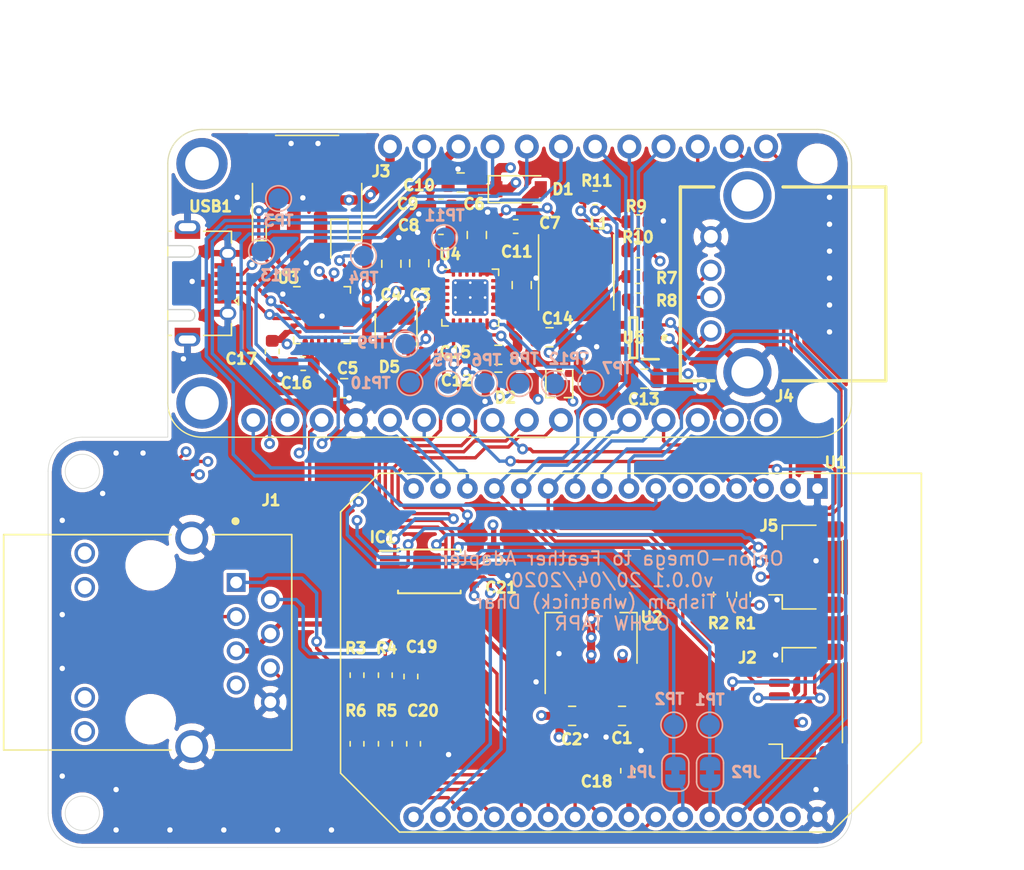
<source format=kicad_pcb>
(kicad_pcb (version 20171130) (host pcbnew "(5.1.5)-3")
  (layers (0 F.Cu signal) (1 In1.Cu signal) (2 In2.Cu signal) (31 B.Cu signal) (34 B.Paste user) (35 F.Paste user) (36 B.SilkS user) (37 F.SilkS user) (38 B.Mask user) (39 F.Mask user) (44 Edge.Cuts user))
  (net 0 "")
  (net 1 GND)
  (net 2 VIN)
  (net 3 3.3V)
  (net 4 USB_OUT+)
  (net 5 USB_OUT-)
  (net 6 5V_BOOST)
  (net 7 SDA)
  (net 8 SCL)
  (net 9 CS)
  (net 10 MISO)
  (net 11 MOSI)
  (net 12 SCLK)
  (net 13 "Net-(C6-Pad1)")
  (net 14 "Net-(C7-Pad2)")
  (net 15 "Net-(C7-Pad1)")
  (net 16 "/Power Subsystems/SYS")
  (net 17 "/USB Interfaces/DTR")
  (net 18 USB_RX)
  (net 19 USB_TX)
  (net 20 "/USB Interfaces/RTS")
  (net 21 VBAT)
  (net 22 "/USB Interfaces/TX")
  (net 23 "/USB Interfaces/RX")
  (net 24 ~RESET)
  (net 25 NET_POW)
  (net 26 "Net-(C19-Pad1)")
  (net 27 "Net-(C20-Pad1)")
  (net 28 AREF)
  (net 29 A1)
  (net 30 A0)
  (net 31 ETH_RX-)
  (net 32 ETH_RX+)
  (net 33 ETH_TX-)
  (net 34 ETH_TX+)
  (net 35 GPIO15)
  (net 36 GPIO38)
  (net 37 GPIO18)
  (net 38 GPIO19)
  (net 39 GPIO17)
  (net 40 GPIO16)
  (net 41 FEATHER_TX)
  (net 42 FEATHER_RX)
  (net 43 GPIO3)
  (net 44 GPIO2)
  (net 45 GPIO1)
  (net 46 GPIO0)
  (net 47 "Net-(J4-Pad3)")
  (net 48 "Net-(J4-Pad2)")
  (net 49 GPIO11)
  (net 50 "/Power Subsystems/DSEL")
  (net 51 "/Power Subsystems/~QON")
  (net 52 "/Power Subsystems/TS")
  (net 53 "/Power Subsystems/ILIM")
  (net 54 "/Power Subsystems/~CE")
  (net 55 "/Power Subsystems/OTG")
  (net 56 "/Power Subsystems/INT")
  (net 57 "/Power Subsystems/STAT")
  (net 58 "/Power Subsystems/ID")
  (net 59 USB_IN+)
  (net 60 USB_IN-)
  (net 61 "Net-(R7-Pad1)")
  (net 62 "Net-(R8-Pad1)")
  (net 63 "Net-(IC1-Pad3)")
  (net 64 "Net-(J1-Pad11)")
  (net 65 "Net-(J1-Pad12)")
  (net 66 "Net-(J1-Pad10)")
  (net 67 "Net-(J1-Pad9)")
  (net 68 "Net-(MS1-Pad16)")
  (net 69 "Net-(U3-Pad24)")
  (net 70 "Net-(U3-Pad22)")
  (net 71 "Net-(U3-Pad18)")
  (net 72 "Net-(U3-Pad17)")
  (net 73 "Net-(U3-Pad16)")
  (net 74 "Net-(U3-Pad15)")
  (net 75 "Net-(U3-Pad14)")
  (net 76 "Net-(U3-Pad13)")
  (net 77 "Net-(U3-Pad12)")
  (net 78 "Net-(U3-Pad11)")
  (net 79 "Net-(U3-Pad10)")
  (net 80 "Net-(U3-Pad9)")
  (net 81 "Net-(U3-Pad1)")
  (net 82 "/Power Subsystems/V_UPS")
  (module Module:Onion_Omega2+ (layer F.Cu) (at 165.1 87.63 270)
    (fp_text reference U1 (at -1.927 -1.348 180) (layer F.SilkS) (effects (font (size 0.8 0.8) (thickness 0.2))))
    (fp_text value ONION-OMEGA2)
    (pad 1 thru_hole rect (at 0 0 270) (size 1.524 1.524) (drill 0.762) (layers *.Cu *.Mask) (net 1 GND))
    (pad 2 thru_hole circle (at 0 2 270) (size 1.524 1.524) (drill 0.762) (layers *.Cu *.Mask) (net 49 GPIO11))
    (pad 3 thru_hole circle (at 0 4 270) (size 1.524 1.524) (drill 0.762) (layers *.Cu *.Mask) (net 43 GPIO3))
    (pad 4 thru_hole circle (at 0 6 270) (size 1.524 1.524) (drill 0.762) (layers *.Cu *.Mask) (net 44 GPIO2))
    (pad 5 thru_hole circle (at 0 8 270) (size 1.524 1.524) (drill 0.762) (layers *.Cu *.Mask) (net 39 GPIO17))
    (pad 6 thru_hole circle (at 0 10 270) (size 1.524 1.524) (drill 0.762) (layers *.Cu *.Mask) (net 40 GPIO16))
    (pad 7 thru_hole circle (at 0 12 270) (size 1.524 1.524) (drill 0.762) (layers *.Cu *.Mask) (net 35 GPIO15))
    (pad 8 thru_hole circle (at 0 14 270) (size 1.524 1.524) (drill 0.762) (layers *.Cu *.Mask) (net 42 FEATHER_RX))
    (pad 9 thru_hole circle (at 0 16 270) (size 1.524 1.524) (drill 0.762) (layers *.Cu *.Mask) (net 41 FEATHER_TX))
    (pad 10 thru_hole circle (at 0 18 270) (size 1.524 1.524) (drill 0.762) (layers *.Cu *.Mask) (net 10 MISO))
    (pad 11 thru_hole circle (at 0 20 270) (size 1.524 1.524) (drill 0.762) (layers *.Cu *.Mask) (net 11 MOSI))
    (pad 12 thru_hole circle (at 0 22 270) (size 1.524 1.524) (drill 0.762) (layers *.Cu *.Mask) (net 12 SCLK))
    (pad 13 thru_hole circle (at 0 24 270) (size 1.524 1.524) (drill 0.762) (layers *.Cu *.Mask) (net 9 CS))
    (pad 14 thru_hole circle (at 0 26 270) (size 1.524 1.524) (drill 0.762) (layers *.Cu *.Mask) (net 45 GPIO1))
    (pad 15 thru_hole circle (at 0 28 270) (size 1.524 1.524) (drill 0.762) (layers *.Cu *.Mask) (net 46 GPIO0))
    (pad 16 thru_hole circle (at 0 30 270) (size 1.524 1.524) (drill 0.762) (layers *.Cu *.Mask) (net 24 ~RESET))
    (pad 17 thru_hole circle (at 24.4 30 270) (size 1.524 1.524) (drill 0.762) (layers *.Cu *.Mask) (net 7 SDA))
    (pad 18 thru_hole circle (at 24.4 28 270) (size 1.524 1.524) (drill 0.762) (layers *.Cu *.Mask) (net 8 SCL))
    (pad 19 thru_hole circle (at 24.4 26 270) (size 1.524 1.524) (drill 0.762) (layers *.Cu *.Mask) (net 38 GPIO19))
    (pad 20 thru_hole circle (at 24.4 24 270) (size 1.524 1.524) (drill 0.762) (layers *.Cu *.Mask) (net 37 GPIO18))
    (pad 21 thru_hole circle (at 24.4 22 270) (size 1.524 1.524) (drill 0.762) (layers *.Cu *.Mask) (net 32 ETH_RX+))
    (pad 22 thru_hole circle (at 24.4 20 270) (size 1.524 1.524) (drill 0.762) (layers *.Cu *.Mask) (net 31 ETH_RX-))
    (pad 23 thru_hole circle (at 24.4 18 270) (size 1.524 1.524) (drill 0.762) (layers *.Cu *.Mask) (net 34 ETH_TX+))
    (pad 24 thru_hole circle (at 24.4 16 270) (size 1.524 1.524) (drill 0.762) (layers *.Cu *.Mask) (net 33 ETH_TX-))
    (pad 25 thru_hole circle (at 24.4 14 270) (size 1.524 1.524) (drill 0.762) (layers *.Cu *.Mask) (net 25 NET_POW))
    (pad 26 thru_hole circle (at 24.4 12 270) (size 1.524 1.524) (drill 0.762) (layers *.Cu *.Mask) (net 36 GPIO38))
    (pad 27 thru_hole circle (at 24.4 10 270) (size 1.524 1.524) (drill 0.762) (layers *.Cu *.Mask) (net 19 USB_TX))
    (pad 28 thru_hole circle (at 24.4 8 270) (size 1.524 1.524) (drill 0.762) (layers *.Cu *.Mask) (net 18 USB_RX))
    (pad 29 thru_hole circle (at 24.4 6 270) (size 1.524 1.524) (drill 0.762) (layers *.Cu *.Mask) (net 5 USB_OUT-))
    (pad 30 thru_hole circle (at 24.4 4 270) (size 1.524 1.524) (drill 0.762) (layers *.Cu *.Mask) (net 4 USB_OUT+))
    (pad 31 thru_hole circle (at 24.4 2 270) (size 1.524 1.524) (drill 0.762) (layers *.Cu *.Mask) (net 3 3.3V))
    (pad 32 thru_hole circle (at 24.4 0 270) (size 1.524 1.524) (drill 0.762) (layers *.Cu *.Mask) (net 1 GND))
  )
  (module Resistor_SMD:R_0603_1608Metric (layer F.Cu) (at 148.59 66.04 180)
    (fp_text reference R11 (at -0.127 1.27) (layer F.SilkS) (effects (font (size 0.8 0.8) (thickness 0.2))))
    (fp_text value 10K)
    (pad 2 smd roundrect (at 0.7875 0 180) (size 0.875 0.95) (layers F.Cu F.Paste F.Mask) (net 16 "/Power Subsystems/SYS"))
    (pad 1 smd roundrect (at -0.7875 0 180) (size 0.875 0.95) (layers F.Cu F.Paste F.Mask) (net 55 "/Power Subsystems/OTG"))
  )
  (module footprints:SOT1061 (layer F.Cu) (at 145.923 79.883 180)
    (fp_text reference D2 (at 4 -1) (layer F.SilkS) (effects (font (size 0.8 0.8) (thickness 0.2))))
    (fp_text value D_Schottky_x2_KCom_AAK)
    (fp_poly (pts (xy 0.8 0.3) (xy -0.8 0.3) (xy -0.8 -0.8) (xy -0.2 -0.8) (xy -0.2 -1.05) (xy 0.2 -1.05) (xy 0.2 -0.8) (xy 0.8 -0.8)) (layer F.Cu) (width 0))
    (pad 3 smd rect (at 0 -0.875 180) (size 0 0) (layers F.Cu) (net 82 "/Power Subsystems/V_UPS"))
    (pad 2 smd rect (at 0.65 0.8 180) (size 0.4 0.5) (layers F.Cu F.Paste) (net 21 VBAT))
    (pad 1 smd rect (at -0.65 0.8 180) (size 0.4 0.5) (layers F.Cu F.Paste) (net 2 VIN))
  )
  (module Resistor_SMD:R_0603_1608Metric (layer F.Cu) (at 151.765 69.977 180)
    (fp_text reference R10 (at 0 1.016) (layer F.SilkS) (effects (font (size 0.8 0.8) (thickness 0.2))))
    (fp_text value 10K)
    (pad 2 smd roundrect (at 0.7875 0 180) (size 0.875 0.95) (layers F.Cu F.Paste F.Mask) (net 1 GND))
    (pad 1 smd roundrect (at -0.7875 0 180) (size 0.875 0.95) (layers F.Cu F.Paste F.Mask) (net 52 "/Power Subsystems/TS"))
  )
  (module Resistor_SMD:R_0603_1608Metric (layer F.Cu) (at 151.765 67.818)
    (fp_text reference R9 (at -0.127 -1.143) (layer F.SilkS) (effects (font (size 0.8 0.8) (thickness 0.2))))
    (fp_text value 10K)
    (pad 2 smd roundrect (at 0.7875 0) (size 0.875 0.95) (layers F.Cu F.Paste F.Mask) (net 52 "/Power Subsystems/TS"))
    (pad 1 smd roundrect (at -0.7875 0) (size 0.875 0.95) (layers F.Cu F.Paste F.Mask) (net 13 "Net-(C6-Pad1)"))
  )
  (module Package_SO:TSSOP-8_4.4x3mm_P0.65mm (layer F.Cu) (at 136.271 93.7895)
    (fp_text reference IC1 (at -3.4544 -2.54) (layer F.SilkS) (effects (font (size 0.8 0.8) (thickness 0.2))))
    (fp_text value MAX11646EUA+T hide)
    (pad 8 smd rect (at 2.95 -0.975) (size 1.45 0.45) (layers F.Cu F.Paste F.Mask) (net 3 3.3V))
    (pad 7 smd rect (at 2.95 -0.325) (size 1.45 0.45) (layers F.Cu F.Paste F.Mask) (net 1 GND))
    (pad 6 smd rect (at 2.95 0.325) (size 1.45 0.45) (layers F.Cu F.Paste F.Mask) (net 7 SDA))
    (pad 5 smd rect (at 2.95 0.975) (size 1.45 0.45) (layers F.Cu F.Paste F.Mask) (net 8 SCL))
    (pad 4 smd rect (at -2.95 0.975) (size 1.45 0.45) (layers F.Cu F.Paste F.Mask) (net 28 AREF))
    (pad 3 smd rect (at -2.95 0.325) (size 1.45 0.45) (layers F.Cu F.Paste F.Mask) (net 63 "Net-(IC1-Pad3)"))
    (pad 2 smd rect (at -2.95 -0.325) (size 1.45 0.45) (layers F.Cu F.Paste F.Mask) (net 29 A1))
    (pad 1 smd rect (at -2.95 -0.975) (size 1.45 0.45) (layers F.Cu F.Paste F.Mask) (net 30 A0))
  )
  (module footprints:SOT95P275X110-6N (layer F.Cu) (at 151.43 76.43 180)
    (fp_text reference U5 (at 0 0) (layer F.SilkS) (effects (font (size 0.8 0.8) (thickness 0.2))))
    (fp_text value STF202-22T1G hide)
    (pad 6 smd rect (at 1.25 -0.95 270) (size 0.6 1.25) (layers F.Cu F.Paste F.Mask) (net 1 GND))
    (pad 5 smd rect (at 1.25 0 270) (size 0.6 1.25) (layers F.Cu F.Paste F.Mask) (net 62 "Net-(R8-Pad1)"))
    (pad 4 smd rect (at 1.25 0.95 270) (size 0.6 1.25) (layers F.Cu F.Paste F.Mask) (net 61 "Net-(R7-Pad1)"))
    (pad 3 smd rect (at -1.25 0.95 270) (size 0.6 1.25) (layers F.Cu F.Paste F.Mask) (net 4 USB_OUT+))
    (pad 2 smd rect (at -1.25 0 270) (size 0.6 1.25) (layers F.Cu F.Paste F.Mask) (net 5 USB_OUT-))
    (pad 1 smd rect (at -1.25 -0.95 270) (size 0.6 1.25) (layers F.Cu F.Paste F.Mask) (net 6 5V_BOOST))
  )
  (module TestPoint:TestPoint_Pad_D1.5mm (layer B.Cu) (at 131.38 70.35)
    (fp_text reference TP4 (at 0 1.648) (layer B.SilkS) (effects (font (size 0.8 0.8) (thickness 0.2)) (justify mirror)))
    (fp_text value TestPoint)
    (pad 1 smd circle (at 0 0) (size 1.5 1.5) (layers B.Cu B.Mask) (net 20 "/USB Interfaces/RTS"))
  )
  (module TestPoint:TestPoint_Pad_D1.5mm (layer B.Cu) (at 125.07 66.09)
    (fp_text reference TP3 (at 0 1.648) (layer B.SilkS) (effects (font (size 0.8 0.8) (thickness 0.2)) (justify mirror)))
    (fp_text value TestPoint)
    (pad 1 smd circle (at 0 0) (size 1.5 1.5) (layers B.Cu B.Mask) (net 17 "/USB Interfaces/DTR"))
  )
  (module TestPoint:TestPoint_Pad_D1.5mm (layer B.Cu) (at 154.425 105.2)
    (fp_text reference TP2 (at -0.325 -1.925) (layer B.SilkS) (effects (font (size 0.8 0.8) (thickness 0.2)) (justify mirror)))
    (fp_text value TestPoint)
    (pad 1 smd circle (at 0 0) (size 1.5 1.5) (layers B.Cu B.Mask) (net 22 "/USB Interfaces/TX"))
  )
  (module TestPoint:TestPoint_Pad_D1.5mm (layer B.Cu) (at 157.1 105.2)
    (fp_text reference TP1 (at 0 -1.875) (layer B.SilkS) (effects (font (size 0.8 0.8) (thickness 0.2)) (justify mirror)))
    (fp_text value TestPoint)
    (pad 1 smd circle (at 0 0) (size 1.5 1.5) (layers B.Cu B.Mask) (net 23 "/USB Interfaces/RX"))
  )
  (module Jumper:SolderJumper-2_P1.3mm_Bridged_RoundedPad1.0x1.5mm (layer B.Cu) (at 157.125 108.725 270)
    (fp_text reference JP2 (at -0.025 -2.675 180) (layer B.SilkS) (effects (font (size 0.8 0.8) (thickness 0.2)) (justify mirror)))
    (fp_text value Jumper_NC_Small)
    (fp_poly (pts (xy 0.25 0.3) (xy -0.25 0.3) (xy -0.25 -0.3) (xy 0.25 -0.3)) (layer B.Cu) (width 0))
    (pad 1 smd custom (at -0.65 0 270) (size 1 0.5) (layers B.Cu B.Mask) (net 23 "/USB Interfaces/RX") (options (clearance outline) (anchor rect)) (primitives (gr_circle (center 0 -0.25) (end 0.5 -0.25) (width 0)) (gr_circle (center 0 0.25) (end 0.5 0.25) (width 0)) (gr_poly (pts (xy 0 0.75) (xy 0.5 0.75) (xy 0.5 -0.75) (xy 0 -0.75)) (width 0))))
    (pad 2 smd custom (at 0.65 0 270) (size 1 0.5) (layers B.Cu B.Mask) (net 18 USB_RX) (options (clearance outline) (anchor rect)) (primitives (gr_circle (center 0 -0.25) (end 0.5 -0.25) (width 0)) (gr_circle (center 0 0.25) (end 0.5 0.25) (width 0)) (gr_poly (pts (xy 0 0.75) (xy -0.5 0.75) (xy -0.5 -0.75) (xy 0 -0.75)) (width 0))))
  )
  (module Jumper:SolderJumper-2_P1.3mm_Bridged_RoundedPad1.0x1.5mm (layer B.Cu) (at 154.55 108.725 270)
    (fp_text reference JP1 (at -0.025 2.55 180) (layer B.SilkS) (effects (font (size 0.8 0.8) (thickness 0.2)) (justify mirror)))
    (fp_text value Jumper_NC_Small)
    (fp_poly (pts (xy 0.25 0.3) (xy -0.25 0.3) (xy -0.25 -0.3) (xy 0.25 -0.3)) (layer B.Cu) (width 0))
    (pad 1 smd custom (at -0.65 0 270) (size 1 0.5) (layers B.Cu B.Mask) (net 22 "/USB Interfaces/TX") (options (clearance outline) (anchor rect)) (primitives (gr_circle (center 0 -0.25) (end 0.5 -0.25) (width 0)) (gr_circle (center 0 0.25) (end 0.5 0.25) (width 0)) (gr_poly (pts (xy 0 0.75) (xy 0.5 0.75) (xy 0.5 -0.75) (xy 0 -0.75)) (width 0))))
    (pad 2 smd custom (at 0.65 0 270) (size 1 0.5) (layers B.Cu B.Mask) (net 19 USB_TX) (options (clearance outline) (anchor rect)) (primitives (gr_circle (center 0 -0.25) (end 0.5 -0.25) (width 0)) (gr_circle (center 0 0.25) (end 0.5 0.25) (width 0)) (gr_poly (pts (xy 0 0.75) (xy -0.5 0.75) (xy -0.5 -0.75) (xy 0 -0.75)) (width 0))))
  )
  (module Capacitor_SMD:C_0603_1608Metric (layer F.Cu) (at 124.6 77.45 270)
    (fp_text reference C17 (at 0.55 2.3 180) (layer F.SilkS) (effects (font (size 0.8 0.8) (thickness 0.2))))
    (fp_text value 100n)
    (pad 2 smd roundrect (at 0.7875 0 270) (size 0.875 0.95) (layers F.Cu F.Paste F.Mask) (net 1 GND))
    (pad 1 smd roundrect (at -0.7875 0 270) (size 0.875 0.95) (layers F.Cu F.Paste F.Mask) (net 3 3.3V))
  )
  (module Capacitor_SMD:C_0603_1608Metric (layer F.Cu) (at 126.9 78.35 180)
    (fp_text reference C16 (at 0.5 -1.45) (layer F.SilkS) (effects (font (size 0.8 0.8) (thickness 0.2))))
    (fp_text value 1u)
    (pad 2 smd roundrect (at 0.7875 0 180) (size 0.875 0.95) (layers F.Cu F.Paste F.Mask) (net 1 GND))
    (pad 1 smd roundrect (at -0.7875 0 180) (size 0.875 0.95) (layers F.Cu F.Paste F.Mask) (net 2 VIN))
  )
  (module Inductor_SMD:L_Coilcraft_XAL5030 (layer F.Cu) (at 147.18 71.58 270)
    (fp_text reference L1 (at -3.63 -1.69 180) (layer F.SilkS) (effects (font (size 0.8 0.8) (thickness 0.2))))
    (fp_text value 2.2u)
    (pad 2 smd rect (at 1.655 0 270) (size 1.2 4.7) (layers F.Cu F.Paste F.Mask) (net 16 "/Power Subsystems/SYS"))
    (pad 1 smd rect (at -1.655 0 270) (size 1.2 4.7) (layers F.Cu F.Paste F.Mask) (net 15 "Net-(C7-Pad1)"))
  )
  (module Diode_SMD:D_SOD-123 (layer F.Cu) (at 142.9 65.4)
    (fp_text reference D1 (at 3.3 0) (layer F.SilkS) (effects (font (size 0.8 0.8) (thickness 0.2))))
    (fp_text value D_Schottky)
    (pad 2 smd rect (at 1.65 0) (size 0.9 1.2) (layers F.Cu F.Paste F.Mask) (net 15 "Net-(C7-Pad1)"))
    (pad 1 smd rect (at -1.65 0) (size 0.9 1.2) (layers F.Cu F.Paste F.Mask) (net 6 5V_BOOST))
  )
  (module Capacitor_SMD:C_0805_2012Metric (layer F.Cu) (at 141.4 77.7)
    (fp_text reference C15 (at -3.2 -0.2 180) (layer F.SilkS) (effects (font (size 0.8 0.8) (thickness 0.2))))
    (fp_text value 10u)
    (pad 2 smd roundrect (at 0.9375 0) (size 0.975 1.4) (layers F.Cu F.Paste F.Mask) (net 21 VBAT))
    (pad 1 smd roundrect (at -0.9375 0) (size 0.975 1.4) (layers F.Cu F.Paste F.Mask) (net 1 GND))
  )
  (module Capacitor_SMD:C_0805_2012Metric (layer F.Cu) (at 145.2 76.4)
    (fp_text reference C14 (at 0.6 -1.4 180) (layer F.SilkS) (effects (font (size 0.8 0.8) (thickness 0.2))))
    (fp_text value 10u)
    (pad 2 smd roundrect (at 0.9375 0) (size 0.975 1.4) (layers F.Cu F.Paste F.Mask) (net 1 GND))
    (pad 1 smd roundrect (at -0.9375 0) (size 0.975 1.4) (layers F.Cu F.Paste F.Mask) (net 16 "/Power Subsystems/SYS"))
  )
  (module Capacitor_SMD:C_0805_2012Metric (layer F.Cu) (at 152.24 79.47)
    (fp_text reference C13 (at -0.04 1.53 180) (layer F.SilkS) (effects (font (size 0.8 0.8) (thickness 0.2))))
    (fp_text value 47u)
    (pad 2 smd roundrect (at 0.9375 0) (size 0.975 1.4) (layers F.Cu F.Paste F.Mask) (net 6 5V_BOOST))
    (pad 1 smd roundrect (at -0.9375 0) (size 0.975 1.4) (layers F.Cu F.Paste F.Mask) (net 1 GND))
  )
  (module Capacitor_SMD:C_0805_2012Metric (layer F.Cu) (at 141.4 79.7)
    (fp_text reference C12 (at -3.1 -0.1) (layer F.SilkS) (effects (font (size 0.8 0.8) (thickness 0.2))))
    (fp_text value 10u)
    (pad 2 smd roundrect (at 0.9375 0) (size 0.975 1.4) (layers F.Cu F.Paste F.Mask) (net 21 VBAT))
    (pad 1 smd roundrect (at -0.9375 0) (size 0.975 1.4) (layers F.Cu F.Paste F.Mask) (net 1 GND))
  )
  (module Capacitor_SMD:C_0805_2012Metric (layer F.Cu) (at 143.135 72.52 90)
    (fp_text reference C11 (at 2.48 -0.365 180) (layer F.SilkS) (effects (font (size 0.8 0.8) (thickness 0.2))))
    (fp_text value 10u)
    (pad 2 smd roundrect (at 0.9375 0 90) (size 0.975 1.4) (layers F.Cu F.Paste F.Mask) (net 1 GND))
    (pad 1 smd roundrect (at -0.9375 0 90) (size 0.975 1.4) (layers F.Cu F.Paste F.Mask) (net 16 "/Power Subsystems/SYS"))
  )
  (module Capacitor_SMD:C_0805_2012Metric (layer F.Cu) (at 138.6 64.9)
    (fp_text reference C10 (at -3.09 0.2) (layer F.SilkS) (effects (font (size 0.8 0.8) (thickness 0.2))))
    (fp_text value 10u)
    (pad 2 smd roundrect (at 0.9375 0) (size 0.975 1.4) (layers F.Cu F.Paste F.Mask) (net 6 5V_BOOST))
    (pad 1 smd roundrect (at -0.9375 0) (size 0.975 1.4) (layers F.Cu F.Paste F.Mask) (net 1 GND))
  )
  (module Capacitor_SMD:C_0603_1608Metric (layer F.Cu) (at 137.13 66.65)
    (fp_text reference C9 (at -2.475 -0.15) (layer F.SilkS) (effects (font (size 0.8 0.8) (thickness 0.2))))
    (fp_text value 1u)
    (pad 2 smd roundrect (at 0.7875 0) (size 0.875 0.95) (layers F.Cu F.Paste F.Mask) (net 6 5V_BOOST))
    (pad 1 smd roundrect (at -0.7875 0) (size 0.875 0.95) (layers F.Cu F.Paste F.Mask) (net 1 GND))
  )
  (module Capacitor_SMD:C_0603_1608Metric (layer F.Cu) (at 137.13 68.25)
    (fp_text reference C8 (at -2.4 -0.17 180) (layer F.SilkS) (effects (font (size 0.8 0.8) (thickness 0.2))))
    (fp_text value 100n)
    (pad 2 smd roundrect (at 0.7875 0) (size 0.875 0.95) (layers F.Cu F.Paste F.Mask) (net 6 5V_BOOST))
    (pad 1 smd roundrect (at -0.7875 0) (size 0.875 0.95) (layers F.Cu F.Paste F.Mask) (net 1 GND))
  )
  (module Capacitor_SMD:C_0603_1608Metric (layer F.Cu) (at 142.685 68.17 180)
    (fp_text reference C7 (at -2.535 0.26 180) (layer F.SilkS) (effects (font (size 0.8 0.8) (thickness 0.2))))
    (fp_text value 47n)
    (pad 2 smd roundrect (at 0.7875 0 180) (size 0.875 0.95) (layers F.Cu F.Paste F.Mask) (net 14 "Net-(C7-Pad2)"))
    (pad 1 smd roundrect (at -0.7875 0 180) (size 0.875 0.95) (layers F.Cu F.Paste F.Mask) (net 15 "Net-(C7-Pad1)"))
  )
  (module Capacitor_SMD:C_0805_2012Metric (layer F.Cu) (at 139.8 68.8 90)
    (fp_text reference C6 (at 2.3 -0.2 180) (layer F.SilkS) (effects (font (size 0.8 0.8) (thickness 0.2))))
    (fp_text value 4.7u)
    (pad 2 smd roundrect (at 0.9375 0 90) (size 0.975 1.4) (layers F.Cu F.Paste F.Mask) (net 1 GND))
    (pad 1 smd roundrect (at -0.9375 0 90) (size 0.975 1.4) (layers F.Cu F.Paste F.Mask) (net 13 "Net-(C6-Pad1)"))
  )
  (module Capacitor_SMD:C_0805_2012Metric (layer F.Cu) (at 129.94 80.18)
    (fp_text reference C5 (at 0.26 -1.48) (layer F.SilkS) (effects (font (size 0.8 0.8) (thickness 0.2))))
    (fp_text value 10u)
    (pad 2 smd roundrect (at 0.9375 0) (size 0.975 1.4) (layers F.Cu F.Paste F.Mask) (net 1 GND))
    (pad 1 smd roundrect (at -0.9375 0) (size 0.975 1.4) (layers F.Cu F.Paste F.Mask) (net 2 VIN))
  )
  (module Capacitor_SMD:C_0805_2012Metric (layer F.Cu) (at 133.45 70.94 90)
    (fp_text reference C4 (at -2.3 -0.025 180) (layer F.SilkS) (effects (font (size 0.8 0.8) (thickness 0.2))))
    (fp_text value 10u)
    (pad 2 smd roundrect (at 0.9375 0 90) (size 0.975 1.4) (layers F.Cu F.Paste F.Mask) (net 1 GND))
    (pad 1 smd roundrect (at -0.9375 0 90) (size 0.975 1.4) (layers F.Cu F.Paste F.Mask) (net 2 VIN))
  )
  (module Capacitor_SMD:C_0805_2012Metric (layer F.Cu) (at 135.52 70.9 90)
    (fp_text reference C3 (at -2.35 0.075 180) (layer F.SilkS) (effects (font (size 0.8 0.8) (thickness 0.2))))
    (fp_text value 10u)
    (pad 2 smd roundrect (at 0.9375 0 90) (size 0.975 1.4) (layers F.Cu F.Paste F.Mask) (net 1 GND))
    (pad 1 smd roundrect (at -0.9375 0 90) (size 0.975 1.4) (layers F.Cu F.Paste F.Mask) (net 2 VIN))
  )
  (module Package_DFN_QFN:Texas_S-PWQFN-N24_EP2.7x2.7mm_ThermalVias (layer F.Cu) (at 139.31 73.445)
    (fp_text reference U4 (at -1.5 -3.215) (layer F.SilkS) (effects (font (size 0.8 0.8) (thickness 0.2))))
    (fp_text value BQ25895RTW)
    (pad 24 smd roundrect (at -1.25 -1.9625) (size 0.25 0.825) (layers F.Cu F.Paste F.Mask) (net 50 "/Power Subsystems/DSEL"))
    (pad 23 smd roundrect (at -0.75 -1.9625) (size 0.25 0.825) (layers F.Cu F.Paste F.Mask) (net 6 5V_BOOST))
    (pad 22 smd roundrect (at -0.25 -1.9625) (size 0.25 0.825) (layers F.Cu F.Paste F.Mask) (net 13 "Net-(C6-Pad1)"))
    (pad 21 smd roundrect (at 0.25 -1.9625) (size 0.25 0.825) (layers F.Cu F.Paste F.Mask) (net 14 "Net-(C7-Pad2)"))
    (pad 20 smd roundrect (at 0.75 -1.9625) (size 0.25 0.825) (layers F.Cu F.Paste F.Mask) (net 15 "Net-(C7-Pad1)"))
    (pad 19 smd roundrect (at 1.25 -1.9625) (size 0.25 0.825) (layers F.Cu F.Paste F.Mask) (net 15 "Net-(C7-Pad1)"))
    (pad 18 smd roundrect (at 1.9625 -1.25) (size 0.825 0.25) (layers F.Cu F.Paste F.Mask) (net 1 GND))
    (pad 17 smd roundrect (at 1.9625 -0.75) (size 0.825 0.25) (layers F.Cu F.Paste F.Mask) (net 1 GND))
    (pad 16 smd roundrect (at 1.9625 -0.25) (size 0.825 0.25) (layers F.Cu F.Paste F.Mask) (net 16 "/Power Subsystems/SYS"))
    (pad 15 smd roundrect (at 1.9625 0.25) (size 0.825 0.25) (layers F.Cu F.Paste F.Mask) (net 16 "/Power Subsystems/SYS"))
    (pad 14 smd roundrect (at 1.9625 0.75) (size 0.825 0.25) (layers F.Cu F.Paste F.Mask) (net 21 VBAT))
    (pad 13 smd roundrect (at 1.9625 1.25) (size 0.825 0.25) (layers F.Cu F.Paste F.Mask) (net 21 VBAT))
    (pad 12 smd roundrect (at 1.25 1.9625) (size 0.25 0.825) (layers F.Cu F.Paste F.Mask) (net 51 "/Power Subsystems/~QON"))
    (pad 11 smd roundrect (at 0.75 1.9625) (size 0.25 0.825) (layers F.Cu F.Paste F.Mask) (net 52 "/Power Subsystems/TS"))
    (pad 10 smd roundrect (at 0.25 1.9625) (size 0.25 0.825) (layers F.Cu F.Paste F.Mask) (net 53 "/Power Subsystems/ILIM"))
    (pad 9 smd roundrect (at -0.25 1.9625) (size 0.25 0.825) (layers F.Cu F.Paste F.Mask) (net 54 "/Power Subsystems/~CE"))
    (pad 8 smd roundrect (at -0.75 1.9625) (size 0.25 0.825) (layers F.Cu F.Paste F.Mask) (net 55 "/Power Subsystems/OTG"))
    (pad 7 smd roundrect (at -1.25 1.9625) (size 0.25 0.825) (layers F.Cu F.Paste F.Mask) (net 56 "/Power Subsystems/INT"))
    (pad 6 smd roundrect (at -1.9625 1.25) (size 0.825 0.25) (layers F.Cu F.Paste F.Mask) (net 7 SDA))
    (pad 5 smd roundrect (at -1.9625 0.75) (size 0.825 0.25) (layers F.Cu F.Paste F.Mask) (net 8 SCL))
    (pad 4 smd roundrect (at -1.9625 0.25) (size 0.825 0.25) (layers F.Cu F.Paste F.Mask) (net 57 "/Power Subsystems/STAT"))
    (pad 3 smd roundrect (at -1.9625 -0.25) (size 0.825 0.25) (layers F.Cu F.Paste F.Mask) (net 60 USB_IN-))
    (pad 2 smd roundrect (at -1.9625 -0.75) (size 0.825 0.25) (layers F.Cu F.Paste F.Mask) (net 59 USB_IN+))
    (pad 1 smd roundrect (at -1.9625 -1.25) (size 0.825 0.25) (layers F.Cu F.Paste F.Mask) (net 2 VIN))
    (pad 25 smd roundrect (at 0 0) (size 2.7 2.7) (layers B.Cu) (roundrect_rratio 0.09259299999999999) (net 1 GND))
    (pad 25 thru_hole circle (at 1.1 1.1) (size 0.5 0.5) (drill 0.2) (layers *.Cu) (net 1 GND))
    (pad 25 thru_hole circle (at 0 1.1) (size 0.5 0.5) (drill 0.2) (layers *.Cu) (net 1 GND))
    (pad 25 thru_hole circle (at -1.1 1.1) (size 0.5 0.5) (drill 0.2) (layers *.Cu) (net 1 GND))
    (pad 25 thru_hole circle (at 1.1 0) (size 0.5 0.5) (drill 0.2) (layers *.Cu) (net 1 GND))
    (pad 25 thru_hole circle (at 0 0) (size 0.5 0.5) (drill 0.2) (layers *.Cu) (net 1 GND))
    (pad 25 thru_hole circle (at -1.1 0) (size 0.5 0.5) (drill 0.2) (layers *.Cu) (net 1 GND))
    (pad 25 thru_hole circle (at 1.1 -1.1) (size 0.5 0.5) (drill 0.2) (layers *.Cu) (net 1 GND))
    (pad 25 thru_hole circle (at 0 -1.1) (size 0.5 0.5) (drill 0.2) (layers *.Cu) (net 1 GND))
    (pad 25 thru_hole circle (at -1.1 -1.1) (size 0.5 0.5) (drill 0.2) (layers *.Cu) (net 1 GND))
    (pad 25 smd roundrect (at 0 0) (size 2.7 2.7) (layers F.Cu F.Mask) (roundrect_rratio 0.09259299999999999) (net 1 GND))
  )
  (module Package_TO_SOT_SMD:SOT-223-3_TabPin2 (layer F.Cu) (at 148.29 98.758 90)
    (fp_text reference U2 (at 1.555 4.49 180) (layer F.SilkS) (effects (font (size 0.8 0.8) (thickness 0.2))))
    (fp_text value AP1117-33)
    (pad 1 smd rect (at -3.15 -2.3 90) (size 2 1.5) (layers F.Cu F.Paste F.Mask) (net 1 GND))
    (pad 3 smd rect (at -3.15 2.3 90) (size 2 1.5) (layers F.Cu F.Paste F.Mask) (net 82 "/Power Subsystems/V_UPS"))
    (pad 2 smd rect (at -3.15 0 90) (size 2 1.5) (layers F.Cu F.Paste F.Mask) (net 3 3.3V))
    (pad 2 smd rect (at 3.15 0 90) (size 2 3.8) (layers F.Cu F.Paste F.Mask) (net 3 3.3V))
  )
  (module Resistor_SMD:R_0603_1608Metric (layer F.Cu) (at 157.9 95.5 270)
    (fp_text reference R2 (at 2.14 0.15 180) (layer F.SilkS) (effects (font (size 0.8 0.8) (thickness 0.2))))
    (fp_text value 4.7K)
    (pad 2 smd roundrect (at 0.7875 0 270) (size 0.875 0.95) (layers F.Cu F.Paste F.Mask) (net 3 3.3V))
    (pad 1 smd roundrect (at -0.7875 0 270) (size 0.875 0.95) (layers F.Cu F.Paste F.Mask) (net 8 SCL))
  )
  (module Resistor_SMD:R_0603_1608Metric (layer F.Cu) (at 159.6 95.5 270)
    (fp_text reference R1 (at 2.15 -0.16 180) (layer F.SilkS) (effects (font (size 0.8 0.8) (thickness 0.2))))
    (fp_text value 4.7K)
    (pad 2 smd roundrect (at 0.7875 0 270) (size 0.875 0.95) (layers F.Cu F.Paste F.Mask) (net 3 3.3V))
    (pad 1 smd roundrect (at -0.7875 0 270) (size 0.875 0.95) (layers F.Cu F.Paste F.Mask) (net 7 SDA))
  )
  (module Connector_JST:JST_SH_SM06B-SRSS-TB_1x06-1MP_P1.00mm_Horizontal (layer F.Cu) (at 164.2745 103.5685 90)
    (fp_text reference J2 (at 3.3685 -4.3745 180) (layer F.SilkS) (effects (font (size 0.8 0.8) (thickness 0.2))))
    (fp_text value CON_HEADER_PRG_AVR_ICSP-PTH)
    (pad MP smd roundrect (at 3.8 1.875 90) (size 1.2 1.8) (layers F.Cu F.Paste F.Mask) (roundrect_rratio 0.208333))
    (pad MP smd roundrect (at -3.8 1.875 90) (size 1.2 1.8) (layers F.Cu F.Paste F.Mask) (roundrect_rratio 0.208333))
    (pad 6 smd roundrect (at 2.5 -2 90) (size 0.6 1.55) (layers F.Cu F.Paste F.Mask) (net 1 GND))
    (pad 5 smd roundrect (at 1.5 -2 90) (size 0.6 1.55) (layers F.Cu F.Paste F.Mask) (net 9 CS))
    (pad 4 smd roundrect (at 0.5 -2 90) (size 0.6 1.55) (layers F.Cu F.Paste F.Mask) (net 11 MOSI))
    (pad 3 smd roundrect (at -0.5 -2 90) (size 0.6 1.55) (layers F.Cu F.Paste F.Mask) (net 12 SCLK))
    (pad 2 smd roundrect (at -1.5 -2 90) (size 0.6 1.55) (layers F.Cu F.Paste F.Mask) (net 3 3.3V))
    (pad 1 smd roundrect (at -2.5 -2 90) (size 0.6 1.55) (layers F.Cu F.Paste F.Mask) (net 10 MISO))
  )
  (module Connector_JST:JST_PH_S2B-PH-SM4-TB_1x02-1MP_P2.00mm_Horizontal (layer F.Cu) (at 127.1905 65.913 180)
    (fp_text reference J3 (at -5.4895 1.843) (layer F.SilkS) (effects (font (size 0.8 0.8) (thickness 0.2))))
    (fp_text value Conn_01x02)
    (pad MP smd roundrect (at 3.35 2.9 180) (size 1.5 3.4) (layers F.Cu F.Paste F.Mask) (roundrect_rratio 0.166667))
    (pad MP smd roundrect (at -3.35 2.9 180) (size 1.5 3.4) (layers F.Cu F.Paste F.Mask) (roundrect_rratio 0.166667))
    (pad 2 smd roundrect (at 1 -2.85 180) (size 1 3.5) (layers F.Cu F.Paste F.Mask) (net 1 GND))
    (pad 1 smd roundrect (at -1 -2.85 180) (size 1 3.5) (layers F.Cu F.Paste F.Mask) (net 21 VBAT))
  )
  (module Connector_USB:USB_Micro-AB_Molex_47590-0001 (layer F.Cu) (at 118.3005 72.39 270)
    (fp_text reference USB1 (at -5.715 -1.7145) (layer F.SilkS) (effects (font (size 0.8 0.8) (thickness 0.2))))
    (fp_text value USB_B_Micro)
    (fp_line (start -3.75 1.45) (end -2.8 1.45) (layer Edge.Cuts) (width 0.1))
    (fp_line (start -2.8 -0.125) (end -2.8 1.45) (layer Edge.Cuts) (width 0.1))
    (fp_line (start -1.95 -0.125) (end -1.95 1.45) (layer Edge.Cuts) (width 0.1))
    (fp_line (start -1.95 1.45) (end 1.95 1.45) (layer Edge.Cuts) (width 0.1))
    (fp_line (start 1.95 -0.125) (end 1.95 1.45) (layer Edge.Cuts) (width 0.1))
    (fp_line (start 2.8 -0.125) (end 2.8 1.45) (layer Edge.Cuts) (width 0.1))
    (fp_line (start 2.8 1.45) (end 3.75 1.45) (layer Edge.Cuts) (width 0.1))
    (fp_arc (start -2.375 -0.125) (end -2.8 -0.125) (angle 180) (layer Edge.Cuts) (width 0.1))
    (fp_arc (start 2.375 -0.125) (end 1.95 -0.125) (angle 180) (layer Edge.Cuts) (width 0.1))
    (pad 6 smd rect (at -3.7375 0 270) (size 0.875 1.9) (layers F.Cu F.Mask) (net 1 GND))
    (pad 6 smd rect (at 3.7375 0 270) (size 0.875 1.9) (layers F.Cu F.Mask) (net 1 GND))
    (pad 6 smd rect (at 0 0 270) (size 2.9 1.9) (layers F.Cu F.Paste F.Mask) (net 1 GND))
    (pad 2 smd rect (at 0.65 -2.675 270) (size 0.4 1.35) (layers F.Cu F.Paste F.Mask) (net 60 USB_IN-))
    (pad 6 thru_hole oval (at 4.175 0 270) (size 1 1.9) (drill oval 0.6 1.3) (layers *.Cu *.Mask) (net 1 GND))
    (pad 6 thru_hole oval (at -4.175 0 270) (size 1 1.9) (drill oval 0.6 1.3) (layers *.Cu *.Mask) (net 1 GND))
    (pad 6 thru_hole oval (at 2.225 -3 270) (size 1.05 1.25) (drill oval 0.65 0.85) (layers *.Cu *.Mask) (net 1 GND))
    (pad 1 smd rect (at 1.3 -2.675 270) (size 0.4 1.35) (layers F.Cu F.Paste F.Mask) (net 2 VIN))
    (pad 3 smd rect (at 0 -2.675 270) (size 0.4 1.35) (layers F.Cu F.Paste F.Mask) (net 59 USB_IN+))
    (pad 4 smd rect (at -0.65 -2.675 270) (size 0.4 1.35) (layers F.Cu F.Paste F.Mask) (net 58 "/Power Subsystems/ID"))
    (pad 5 smd rect (at -1.3 -2.675 270) (size 0.4 1.35) (layers F.Cu F.Paste F.Mask) (net 1 GND))
    (pad 6 thru_hole oval (at -2.225 -3 270) (size 1.05 1.25) (drill oval 0.65 0.85) (layers *.Cu *.Mask) (net 1 GND))
  )
  (module footprints:67643-0910 (layer F.Cu) (at 170.18 79.629 90)
    (fp_text reference J4 (at -1.146 -7.53 180) (layer F.SilkS) (effects (font (size 0.8 0.8) (thickness 0.2))))
    (fp_text value USB_A hide)
    (pad 6 thru_hole circle (at 13.77 -10.28 90) (size 3.58 3.58) (drill 2.38) (layers *.Cu *.Mask))
    (pad 5 thru_hole circle (at 0.63 -10.28 90) (size 3.58 3.58) (drill 2.38) (layers *.Cu *.Mask) (net 1 GND))
    (pad 4 thru_hole circle (at 10.7 -12.99 90) (size 1.58 1.58) (drill 1.03) (layers *.Cu *.Mask) (net 1 GND))
    (pad 3 thru_hole circle (at 8.2 -12.99 90) (size 1.58 1.58) (drill 1.03) (layers *.Cu *.Mask) (net 47 "Net-(J4-Pad3)"))
    (pad 2 thru_hole circle (at 6.2 -12.99 90) (size 1.58 1.58) (drill 1.03) (layers *.Cu *.Mask) (net 48 "Net-(J4-Pad2)"))
    (pad 1 thru_hole circle (at 3.7 -12.99 90) (size 1.58 1.58) (drill 1.03) (layers *.Cu *.Mask) (net 6 5V_BOOST))
  )
  (module Package_DFN_QFN:QFN-24-1EP_4x4mm_P0.5mm_EP2.6x2.6mm (layer F.Cu) (at 128.3 74.75)
    (fp_text reference U3 (at -2.5 -2.775) (layer F.SilkS) (effects (font (size 0.8 0.8) (thickness 0.2))))
    (fp_text value CP2102N-A01-GQFN24)
    (pad 24 smd roundrect (at -1.25 -1.9375) (size 0.25 0.825) (layers F.Cu F.Paste F.Mask) (net 69 "Net-(U3-Pad24)"))
    (pad 23 smd roundrect (at -0.75 -1.9375) (size 0.25 0.825) (layers F.Cu F.Paste F.Mask) (net 17 "/USB Interfaces/DTR"))
    (pad 22 smd roundrect (at -0.25 -1.9375) (size 0.25 0.825) (layers F.Cu F.Paste F.Mask) (net 70 "Net-(U3-Pad22)"))
    (pad 21 smd roundrect (at 0.25 -1.9375) (size 0.25 0.825) (layers F.Cu F.Paste F.Mask) (net 23 "/USB Interfaces/RX"))
    (pad 20 smd roundrect (at 0.75 -1.9375) (size 0.25 0.825) (layers F.Cu F.Paste F.Mask) (net 22 "/USB Interfaces/TX"))
    (pad 19 smd roundrect (at 1.25 -1.9375) (size 0.25 0.825) (layers F.Cu F.Paste F.Mask) (net 20 "/USB Interfaces/RTS"))
    (pad 18 smd roundrect (at 1.9375 -1.25) (size 0.825 0.25) (layers F.Cu F.Paste F.Mask) (net 71 "Net-(U3-Pad18)"))
    (pad 17 smd roundrect (at 1.9375 -0.75) (size 0.825 0.25) (layers F.Cu F.Paste F.Mask) (net 72 "Net-(U3-Pad17)"))
    (pad 16 smd roundrect (at 1.9375 -0.25) (size 0.825 0.25) (layers F.Cu F.Paste F.Mask) (net 73 "Net-(U3-Pad16)"))
    (pad 15 smd roundrect (at 1.9375 0.25) (size 0.825 0.25) (layers F.Cu F.Paste F.Mask) (net 74 "Net-(U3-Pad15)"))
    (pad 14 smd roundrect (at 1.9375 0.75) (size 0.825 0.25) (layers F.Cu F.Paste F.Mask) (net 75 "Net-(U3-Pad14)"))
    (pad 13 smd roundrect (at 1.9375 1.25) (size 0.825 0.25) (layers F.Cu F.Paste F.Mask) (net 76 "Net-(U3-Pad13)"))
    (pad 12 smd roundrect (at 1.25 1.9375) (size 0.25 0.825) (layers F.Cu F.Paste F.Mask) (net 77 "Net-(U3-Pad12)"))
    (pad 11 smd roundrect (at 0.75 1.9375) (size 0.25 0.825) (layers F.Cu F.Paste F.Mask) (net 78 "Net-(U3-Pad11)"))
    (pad 10 smd roundrect (at 0.25 1.9375) (size 0.25 0.825) (layers F.Cu F.Paste F.Mask) (net 79 "Net-(U3-Pad10)"))
    (pad 9 smd roundrect (at -0.25 1.9375) (size 0.25 0.825) (layers F.Cu F.Paste F.Mask) (net 80 "Net-(U3-Pad9)"))
    (pad 8 smd roundrect (at -0.75 1.9375) (size 0.25 0.825) (layers F.Cu F.Paste F.Mask) (net 2 VIN))
    (pad 7 smd roundrect (at -1.25 1.9375) (size 0.25 0.825) (layers F.Cu F.Paste F.Mask) (net 2 VIN))
    (pad 6 smd roundrect (at -1.9375 1.25) (size 0.825 0.25) (layers F.Cu F.Paste F.Mask) (net 3 3.3V))
    (pad 5 smd roundrect (at -1.9375 0.75) (size 0.825 0.25) (layers F.Cu F.Paste F.Mask) (net 3 3.3V))
    (pad 4 smd roundrect (at -1.9375 0.25) (size 0.825 0.25) (layers F.Cu F.Paste F.Mask) (net 60 USB_IN-))
    (pad 3 smd roundrect (at -1.9375 -0.25) (size 0.825 0.25) (layers F.Cu F.Paste F.Mask) (net 59 USB_IN+))
    (pad 2 smd roundrect (at -1.9375 -0.75) (size 0.825 0.25) (layers F.Cu F.Paste F.Mask) (net 1 GND))
    (pad 1 smd roundrect (at -1.9375 -1.25) (size 0.825 0.25) (layers F.Cu F.Paste F.Mask) (net 81 "Net-(U3-Pad1)"))
    (pad 25 smd roundrect (at 0 0) (size 2.6 2.6) (layers F.Cu F.Mask) (roundrect_rratio 0.096154) (net 1 GND))
  )
  (module Capacitor_SMD:C_0805_2012Metric (layer F.Cu) (at 146.878 104.524)
    (fp_text reference C2 (at -0.029 1.736) (layer F.SilkS) (effects (font (size 0.8 0.8) (thickness 0.2))))
    (fp_text value 10u)
    (pad 2 smd roundrect (at 0.9375 0) (size 0.975 1.4) (layers F.Cu F.Paste F.Mask) (net 1 GND))
    (pad 1 smd roundrect (at -0.9375 0) (size 0.975 1.4) (layers F.Cu F.Paste F.Mask) (net 3 3.3V))
  )
  (module Capacitor_SMD:C_0805_2012Metric (layer F.Cu) (at 150.585 104.524 180)
    (fp_text reference C1 (at 0 -1.65) (layer F.SilkS) (effects (font (size 0.8 0.8) (thickness 0.2))))
    (fp_text value 10u)
    (pad 2 smd roundrect (at 0.9375 0 180) (size 0.975 1.4) (layers F.Cu F.Paste F.Mask) (net 1 GND))
    (pad 1 smd roundrect (at -0.9375 0 180) (size 0.975 1.4) (layers F.Cu F.Paste F.Mask) (net 82 "/Power Subsystems/V_UPS"))
  )
  (module Connector_JST:JST_SH_SM04B-SRSS-TB_1x04-1MP_P1.00mm_Horizontal (layer F.Cu) (at 164.2745 93.472 90)
    (fp_text reference J5 (at 3.072 -2.7745 180) (layer F.SilkS) (effects (font (size 0.8 0.8) (thickness 0.2))))
    (fp_text value M04PTH)
    (pad MP smd roundrect (at 2.8 1.875 90) (size 1.2 1.8) (layers F.Cu F.Paste F.Mask) (roundrect_rratio 0.208333))
    (pad MP smd roundrect (at -2.8 1.875 90) (size 1.2 1.8) (layers F.Cu F.Paste F.Mask) (roundrect_rratio 0.208333))
    (pad 4 smd roundrect (at 1.5 -2 90) (size 0.6 1.55) (layers F.Cu F.Paste F.Mask) (net 8 SCL))
    (pad 3 smd roundrect (at 0.5 -2 90) (size 0.6 1.55) (layers F.Cu F.Paste F.Mask) (net 7 SDA))
    (pad 2 smd roundrect (at -0.5 -2 90) (size 0.6 1.55) (layers F.Cu F.Paste F.Mask) (net 3 3.3V))
    (pad 1 smd roundrect (at -1.5 -2 90) (size 0.6 1.55) (layers F.Cu F.Paste F.Mask) (net 1 GND))
  )
  (module footprints:HANRUN_HR911105A (layer F.Cu) (at 115.57 99.06 90)
    (fp_text reference J1 (at 10.554 8.939 180) (layer F.SilkS) (effects (font (size 0.8 0.8) (thickness 0.2))))
    (fp_text value HR911105A)
    (pad None np_thru_hole circle (at 5.715 0 90) (size 3.25 3.25) (drill 3.25) (layers *.Cu *.Mask))
    (pad None np_thru_hole circle (at -5.715 0 90) (size 3.25 3.25) (drill 3.25) (layers *.Cu *.Mask))
    (pad 16 thru_hole circle (at -7.745 3.05 90) (size 2.445 2.445) (drill 1.63) (layers *.Cu *.Mask) (net 1 GND))
    (pad 15 thru_hole circle (at 7.745 3.05 90) (size 2.445 2.445) (drill 1.63) (layers *.Cu *.Mask) (net 1 GND))
    (pad 11 thru_hole circle (at -4.085 -4.9 90) (size 1.53 1.53) (drill 1.02) (layers *.Cu *.Mask) (net 64 "Net-(J1-Pad11)"))
    (pad 12 thru_hole circle (at -6.625 -4.9 90) (size 1.53 1.53) (drill 1.02) (layers *.Cu *.Mask) (net 65 "Net-(J1-Pad12)"))
    (pad 10 thru_hole circle (at 4.085 -4.9 90) (size 1.53 1.53) (drill 1.02) (layers *.Cu *.Mask) (net 66 "Net-(J1-Pad10)"))
    (pad 9 thru_hole circle (at 6.625 -4.9 90) (size 1.53 1.53) (drill 1.02) (layers *.Cu *.Mask) (net 67 "Net-(J1-Pad9)"))
    (pad 8 thru_hole circle (at -4.44 8.89 90) (size 1.398 1.398) (drill 0.89) (layers *.Cu *.Mask) (net 1 GND))
    (pad 7 thru_hole circle (at -3.17 6.35 90) (size 1.398 1.398) (drill 0.89) (layers *.Cu *.Mask))
    (pad 6 thru_hole circle (at -1.9 8.89 90) (size 1.398 1.398) (drill 0.89) (layers *.Cu *.Mask) (net 31 ETH_RX-))
    (pad 5 thru_hole circle (at -0.63 6.35 90) (size 1.398 1.398) (drill 0.89) (layers *.Cu *.Mask) (net 25 NET_POW))
    (pad 4 thru_hole circle (at 0.64 8.89 90) (size 1.398 1.398) (drill 0.89) (layers *.Cu *.Mask) (net 25 NET_POW))
    (pad 3 thru_hole circle (at 1.91 6.35 90) (size 1.398 1.398) (drill 0.89) (layers *.Cu *.Mask) (net 32 ETH_RX+))
    (pad 2 thru_hole circle (at 3.18 8.89 90) (size 1.398 1.398) (drill 0.89) (layers *.Cu *.Mask) (net 33 ETH_TX-))
    (pad 1 thru_hole rect (at 4.45 6.35 90) (size 1.398 1.398) (drill 0.89) (layers *.Cu *.Mask) (net 34 ETH_TX+))
  )
  (module footprints:adafruit_featherwing (layer F.Cu) (at 116.84 83.82)
    (fp_text reference MS1 hide)
    (fp_text value ADAFRUIT_FEATHERWING hide)
    (pad "" np_thru_hole circle (at 48.26 -2.54) (size 2.49936 2.49936) (drill 2.49936) (layers *.Cu *.Mask))
    (pad "" np_thru_hole circle (at 48.26 -20.32) (size 2.49936 2.49936) (drill 2.49936) (layers *.Cu *.Mask))
    (pad "" thru_hole circle (at 2.54 -2.54) (size 3.81 3.81) (drill 2.49936) (layers *.Cu *.Mask))
    (pad "" thru_hole circle (at 2.54 -20.32) (size 3.81 3.81) (drill 2.49936) (layers *.Cu *.Mask))
    (pad 28 thru_hole circle (at 16.51 -21.59) (size 1.778 1.778) (drill 0.99822) (layers *.Cu *.Mask) (net 21 VBAT))
    (pad 27 thru_hole circle (at 19.05 -21.59) (size 1.778 1.778) (drill 0.99822) (layers *.Cu *.Mask) (net 35 GPIO15))
    (pad 26 thru_hole circle (at 21.59 -21.59) (size 1.778 1.778) (drill 0.99822) (layers *.Cu *.Mask) (net 2 VIN))
    (pad 25 thru_hole circle (at 24.13 -21.59) (size 1.778 1.778) (drill 0.99822) (layers *.Cu *.Mask) (net 36 GPIO38))
    (pad 24 thru_hole circle (at 26.67 -21.59) (size 1.778 1.778) (drill 0.99822) (layers *.Cu *.Mask) (net 37 GPIO18))
    (pad 23 thru_hole circle (at 29.21 -21.59) (size 1.778 1.778) (drill 0.99822) (layers *.Cu *.Mask) (net 38 GPIO19))
    (pad 22 thru_hole circle (at 31.75 -21.59) (size 1.778 1.778) (drill 0.99822) (layers *.Cu *.Mask) (net 9 CS))
    (pad 21 thru_hole circle (at 34.29 -21.59) (size 1.778 1.778) (drill 0.99822) (layers *.Cu *.Mask) (net 39 GPIO17))
    (pad 20 thru_hole circle (at 36.83 -21.59) (size 1.778 1.778) (drill 0.99822) (layers *.Cu *.Mask) (net 40 GPIO16))
    (pad 19 thru_hole circle (at 39.37 -21.59) (size 1.778 1.778) (drill 0.99822) (layers *.Cu *.Mask) (net 49 GPIO11))
    (pad 18 thru_hole circle (at 41.91 -21.59) (size 1.778 1.778) (drill 0.99822) (layers *.Cu *.Mask) (net 8 SCL))
    (pad 17 thru_hole circle (at 44.45 -21.59) (size 1.778 1.778) (drill 0.99822) (layers *.Cu *.Mask) (net 7 SDA))
    (pad 16 thru_hole circle (at 44.45 -1.27) (size 1.778 1.778) (drill 0.99822) (layers *.Cu *.Mask) (net 68 "Net-(MS1-Pad16)"))
    (pad 15 thru_hole circle (at 41.91 -1.27) (size 1.778 1.778) (drill 0.99822) (layers *.Cu *.Mask) (net 41 FEATHER_TX))
    (pad 14 thru_hole circle (at 39.37 -1.27) (size 1.778 1.778) (drill 0.99822) (layers *.Cu *.Mask) (net 42 FEATHER_RX))
    (pad 13 thru_hole circle (at 36.83 -1.27) (size 1.778 1.778) (drill 0.99822) (layers *.Cu *.Mask) (net 10 MISO))
    (pad 12 thru_hole circle (at 34.29 -1.27) (size 1.778 1.778) (drill 0.99822) (layers *.Cu *.Mask) (net 11 MOSI))
    (pad 11 thru_hole circle (at 31.75 -1.27) (size 1.778 1.778) (drill 0.99822) (layers *.Cu *.Mask) (net 12 SCLK))
    (pad 10 thru_hole circle (at 29.21 -1.27) (size 1.778 1.778) (drill 0.99822) (layers *.Cu *.Mask) (net 29 A1))
    (pad 9 thru_hole circle (at 26.67 -1.27) (size 1.778 1.778) (drill 0.99822) (layers *.Cu *.Mask) (net 30 A0))
    (pad 8 thru_hole circle (at 24.13 -1.27) (size 1.778 1.778) (drill 0.99822) (layers *.Cu *.Mask) (net 43 GPIO3))
    (pad 7 thru_hole circle (at 21.59 -1.27) (size 1.778 1.778) (drill 0.99822) (layers *.Cu *.Mask) (net 44 GPIO2))
    (pad 6 thru_hole circle (at 19.05 -1.27) (size 1.778 1.778) (drill 0.99822) (layers *.Cu *.Mask) (net 45 GPIO1))
    (pad 5 thru_hole circle (at 16.51 -1.27) (size 1.778 1.778) (drill 0.99822) (layers *.Cu *.Mask) (net 46 GPIO0))
    (pad 4 thru_hole circle (at 13.97 -1.27) (size 1.778 1.778) (drill 0.99822) (layers *.Cu *.Mask) (net 1 GND))
    (pad 3 thru_hole circle (at 11.43 -1.27) (size 1.778 1.778) (drill 0.99822) (layers *.Cu *.Mask) (net 28 AREF))
    (pad 2 thru_hole circle (at 8.89 -1.27) (size 1.778 1.778) (drill 0.99822) (layers *.Cu *.Mask) (net 3 3.3V))
    (pad 1 thru_hole circle (at 6.35 -1.27) (size 1.778 1.778) (drill 0.99822) (layers *.Cu *.Mask) (net 24 ~RESET))
  )
  (module Capacitor_SMD:C_0603_1608Metric (layer F.Cu) (at 151 108.6 90)
    (fp_text reference C18 (at -0.8 -2.3 180) (layer F.SilkS) (effects (font (size 0.8 0.8) (thickness 0.2))))
    (fp_text value 1u)
    (pad 1 smd roundrect (at -0.7875 0 90) (size 0.875 0.95) (layers F.Cu F.Paste F.Mask) (net 25 NET_POW))
    (pad 2 smd roundrect (at 0.7875 0 90) (size 0.875 0.95) (layers F.Cu F.Paste F.Mask) (net 1 GND))
  )
  (module Capacitor_SMD:C_0603_1608Metric (layer F.Cu) (at 134.9 101.6 90)
    (fp_text reference C19 (at 2.2 0.8 180) (layer F.SilkS) (effects (font (size 0.8 0.8) (thickness 0.2))))
    (fp_text value 100n)
    (pad 2 smd roundrect (at 0.7875 0 90) (size 0.875 0.95) (layers F.Cu F.Paste F.Mask) (net 1 GND))
    (pad 1 smd roundrect (at -0.7875 0 90) (size 0.875 0.95) (layers F.Cu F.Paste F.Mask) (net 26 "Net-(C19-Pad1)"))
  )
  (module Capacitor_SMD:C_0603_1608Metric (layer F.Cu) (at 135.1 106.6 270)
    (fp_text reference C20 (at -2.46 -0.7 180) (layer F.SilkS) (effects (font (size 0.8 0.8) (thickness 0.2))))
    (fp_text value 100n)
    (pad 1 smd roundrect (at -0.7875 0 270) (size 0.875 0.95) (layers F.Cu F.Paste F.Mask) (net 27 "Net-(C20-Pad1)"))
    (pad 2 smd roundrect (at 0.7875 0 270) (size 0.875 0.95) (layers F.Cu F.Paste F.Mask) (net 1 GND))
  )
  (module Capacitor_SMD:C_0603_1608Metric (layer F.Cu) (at 141.052 92.905 270)
    (fp_text reference C21 (at 2.095 -0.548 180) (layer F.SilkS) (effects (font (size 0.8 0.8) (thickness 0.2))))
    (fp_text value 100n)
    (pad 2 smd roundrect (at 0.7875 0 270) (size 0.875 0.95) (layers F.Cu F.Paste F.Mask) (net 1 GND))
    (pad 1 smd roundrect (at -0.7875 0 270) (size 0.875 0.95) (layers F.Cu F.Paste F.Mask) (net 3 3.3V))
  )
  (module Resistor_SMD:R_0603_1608Metric (layer F.Cu) (at 130.9 101.5 90)
    (fp_text reference R3 (at 2 -0.1 180) (layer F.SilkS) (effects (font (size 0.8 0.8) (thickness 0.2))))
    (fp_text value 49.9R)
    (pad 2 smd roundrect (at 0.7875 0 90) (size 0.875 0.95) (layers F.Cu F.Paste F.Mask) (net 34 ETH_TX+))
    (pad 1 smd roundrect (at -0.7875 0 90) (size 0.875 0.95) (layers F.Cu F.Paste F.Mask) (net 26 "Net-(C19-Pad1)"))
  )
  (module Resistor_SMD:R_0603_1608Metric (layer F.Cu) (at 133 101.5 90)
    (fp_text reference R4 (at 2 0.1 180) (layer F.SilkS) (effects (font (size 0.8 0.8) (thickness 0.2))))
    (fp_text value 49.9R)
    (pad 1 smd roundrect (at -0.7875 0 90) (size 0.875 0.95) (layers F.Cu F.Paste F.Mask) (net 26 "Net-(C19-Pad1)"))
    (pad 2 smd roundrect (at 0.7875 0 90) (size 0.875 0.95) (layers F.Cu F.Paste F.Mask) (net 33 ETH_TX-))
  )
  (module Resistor_SMD:R_0603_1608Metric (layer F.Cu) (at 133 106.6 270)
    (fp_text reference R5 (at -2.46 -0.1 180) (layer F.SilkS) (effects (font (size 0.8 0.8) (thickness 0.2))))
    (fp_text value 49.9R)
    (pad 2 smd roundrect (at 0.7875 0 270) (size 0.875 0.95) (layers F.Cu F.Paste F.Mask) (net 31 ETH_RX-))
    (pad 1 smd roundrect (at -0.7875 0 270) (size 0.875 0.95) (layers F.Cu F.Paste F.Mask) (net 27 "Net-(C20-Pad1)"))
  )
  (module Resistor_SMD:R_0603_1608Metric (layer F.Cu) (at 130.9 106.6 270)
    (fp_text reference R6 (at -2.46 0.09 180) (layer F.SilkS) (effects (font (size 0.8 0.8) (thickness 0.2))))
    (fp_text value 49.9R)
    (pad 1 smd roundrect (at -0.7875 0 270) (size 0.875 0.95) (layers F.Cu F.Paste F.Mask) (net 27 "Net-(C20-Pad1)"))
    (pad 2 smd roundrect (at 0.7875 0 270) (size 0.875 0.95) (layers F.Cu F.Paste F.Mask) (net 32 ETH_RX+))
  )
  (module Package_TO_SOT_SMD:SOT-143 (layer F.Cu) (at 133.8 75.873 270)
    (fp_text reference D5 (at 2.727 0.5 180) (layer F.SilkS) (effects (font (size 0.8 0.8) (thickness 0.2))))
    (fp_text value SP0503BAHT)
    (pad 1 smd rect (at -1.1 -0.77 180) (size 1.2 1.4) (layers F.Cu F.Paste F.Mask) (net 1 GND))
    (pad 2 smd rect (at -1.1 0.95 180) (size 1 1.4) (layers F.Cu F.Paste F.Mask) (net 59 USB_IN+))
    (pad 3 smd rect (at 1.1 0.95 180) (size 1 1.4) (layers F.Cu F.Paste F.Mask) (net 60 USB_IN-))
    (pad 4 smd rect (at 1.1 -0.95 180) (size 1 1.4) (layers F.Cu F.Paste F.Mask) (net 2 VIN))
  )
  (module Resistor_SMD:R_0603_1608Metric (layer F.Cu) (at 151.76 71.89)
    (fp_text reference R7 (at 2.14 0.11 180) (layer F.SilkS) (effects (font (size 0.8 0.8) (thickness 0.2))))
    (fp_text value 0R)
    (pad 1 smd roundrect (at -0.7875 0) (size 0.875 0.95) (layers F.Cu F.Paste F.Mask) (net 61 "Net-(R7-Pad1)"))
    (pad 2 smd roundrect (at 0.7875 0) (size 0.875 0.95) (layers F.Cu F.Paste F.Mask) (net 47 "Net-(J4-Pad3)"))
  )
  (module Resistor_SMD:R_0603_1608Metric (layer F.Cu) (at 151.8 73.63)
    (fp_text reference R8 (at 2.1 0.05 180) (layer F.SilkS) (effects (font (size 0.8 0.8) (thickness 0.2))))
    (fp_text value 0R)
    (pad 2 smd roundrect (at 0.7875 0) (size 0.875 0.95) (layers F.Cu F.Paste F.Mask) (net 48 "Net-(J4-Pad2)"))
    (pad 1 smd roundrect (at -0.7875 0) (size 0.875 0.95) (layers F.Cu F.Paste F.Mask) (net 62 "Net-(R8-Pad1)"))
  )
  (module TestPoint:TestPoint_Pad_D1.5mm (layer B.Cu) (at 137.66 79.84 180)
    (fp_text reference TP5 (at 0.06 1.74 180) (layer B.SilkS) (effects (font (size 0.8 0.8) (thickness 0.2)) (justify mirror)))
    (fp_text value TestPoint)
    (pad 1 smd circle (at 0 0 180) (size 1.5 1.5) (layers B.Cu B.Mask) (net 55 "/Power Subsystems/OTG"))
  )
  (module TestPoint:TestPoint_Pad_D1.5mm (layer B.Cu) (at 140.37 79.81 180)
    (fp_text reference TP6 (at -0.13 1.71 180) (layer B.SilkS) (effects (font (size 0.8 0.8) (thickness 0.2)) (justify mirror)))
    (fp_text value TestPoint)
    (pad 1 smd circle (at 0 0 180) (size 1.5 1.5) (layers B.Cu B.Mask) (net 54 "/Power Subsystems/~CE"))
  )
  (module TestPoint:TestPoint_Pad_D1.5mm (layer B.Cu) (at 148.27 79.83 180)
    (fp_text reference TP7 (at -1.93 1.13) (layer B.SilkS) (effects (font (size 0.8 0.8) (thickness 0.2)) (justify mirror)))
    (fp_text value TestPoint)
    (pad 1 smd circle (at 0 0 180) (size 1.5 1.5) (layers B.Cu B.Mask) (net 51 "/Power Subsystems/~QON"))
  )
  (module TestPoint:TestPoint_Pad_D1.5mm (layer B.Cu) (at 142.97 79.84 180)
    (fp_text reference TP8 (at -0.33 1.84 180) (layer B.SilkS) (effects (font (size 0.8 0.8) (thickness 0.2)) (justify mirror)))
    (fp_text value TestPoint)
    (pad 1 smd circle (at 0 0 180) (size 1.5 1.5) (layers B.Cu B.Mask) (net 53 "/Power Subsystems/ILIM"))
  )
  (module TestPoint:TestPoint_Pad_D1.5mm (layer B.Cu) (at 134.5 76.9 180)
    (fp_text reference TP9 (at 2.5 0.1) (layer B.SilkS) (effects (font (size 0.8 0.8) (thickness 0.2)) (justify mirror)))
    (fp_text value TestPoint)
    (pad 1 smd circle (at 0 0 180) (size 1.5 1.5) (layers B.Cu B.Mask) (net 57 "/Power Subsystems/STAT"))
  )
  (module TestPoint:TestPoint_Pad_D1.5mm (layer B.Cu) (at 134.83 79.77 180)
    (fp_text reference TP10 (at 2.93 -0.03) (layer B.SilkS) (effects (font (size 0.8 0.8) (thickness 0.2)) (justify mirror)))
    (fp_text value TestPoint)
    (pad 1 smd circle (at 0 0 180) (size 1.5 1.5) (layers B.Cu B.Mask) (net 56 "/Power Subsystems/INT"))
  )
  (module TestPoint:TestPoint_Pad_D1.5mm (layer B.Cu) (at 137.4 69 180)
    (fp_text reference TP11 (at 0 1.648) (layer B.SilkS) (effects (font (size 0.8 0.8) (thickness 0.2)) (justify mirror)))
    (fp_text value TestPoint)
    (pad 1 smd circle (at 0 0 180) (size 1.5 1.5) (layers B.Cu B.Mask) (net 50 "/Power Subsystems/DSEL"))
  )
  (module TestPoint:TestPoint_Pad_D1.5mm (layer B.Cu) (at 145.56 79.85 180)
    (fp_text reference TP12 (at -1.04 1.85 180) (layer B.SilkS) (effects (font (size 0.8 0.8) (thickness 0.2)) (justify mirror)))
    (fp_text value TestPoint)
    (pad 1 smd circle (at 0 0 180) (size 1.5 1.5) (layers B.Cu B.Mask) (net 52 "/Power Subsystems/TS"))
  )
  (module TestPoint:TestPoint_Pad_D1.5mm (layer B.Cu) (at 123.8 70 180)
    (fp_text reference TP13 (at -1.4 -1.8) (layer B.SilkS) (effects (font (size 0.8 0.8) (thickness 0.2)) (justify mirror)))
    (fp_text value TestPoint)
    (pad 1 smd circle (at 0 0 180) (size 1.5 1.5) (layers B.Cu B.Mask) (net 58 "/Power Subsystems/ID"))
  )
  (gr_text "Onion-Omega to Feather Adapter\nv0.0.1 20/04/2020\nby Tisham (whatnick) Dhar\nOSHW TAPR" (at 149.86 95.25) (layer B.SilkS) (effects (font (size 1 1)) (justify mirror)))
  (gr_line (start 116.84 63.5) (end 116.8505 68.64) (layer Edge.Cuts) (width 0.05))
  (gr_circle (center 110.49 111.76) (end 110.49 110.49) (layer Edge.Cuts) (width 0.05))
  (gr_circle (center 110.49 86.36) (end 110.49 85.09) (layer Edge.Cuts) (width 0.05))
  (gr_arc (start 110.49 86.36) (end 110.49 83.82) (angle -90) (layer Edge.Cuts) (width 0.05))
  (gr_arc (start 110.49 111.76) (end 107.95 111.76) (angle -90) (layer Edge.Cuts) (width 0.05))
  (gr_arc (start 165.1 111.76) (end 165.1 114.3) (angle -90) (layer Edge.Cuts) (width 0.05))
  (gr_arc (start 165.1 63.5) (end 167.64 63.5) (angle -90) (layer Edge.Cuts) (width 0.05))
  (gr_arc (start 119.38 63.5) (end 119.38 60.96) (angle -90) (layer Edge.Cuts) (width 0.05))
  (gr_line (start 110.49 114.3) (end 116.84 114.3) (layer Edge.Cuts) (width 0.05))
  (gr_line (start 107.95 86.36) (end 107.95 111.76) (layer Edge.Cuts) (width 0.05))
  (gr_line (start 116.84 83.82) (end 110.49 83.82) (layer Edge.Cuts) (width 0.05))
  (gr_line (start 165.1 60.96) (end 119.38 60.96) (layer Edge.Cuts) (width 0.05))
  (gr_line (start 167.64 111.76) (end 167.64 63.5) (layer Edge.Cuts) (width 0.05))
  (gr_line (start 116.84 114.3) (end 165.1 114.3) (layer Edge.Cuts) (width 0.05))
  (gr_line (start 116.8505 76.14) (end 116.84 83.82) (layer Edge.Cuts) (width 0.05))
  (segment (start 124.6 78.2375) (end 124.6125 78.2375) (width 0.3) (layer F.Cu) (net 1))
  (segment (start 124.6125 78.2375) (end 125.2 78.825) (width 0.3) (layer F.Cu) (net 1))
  (via (at 125.2 79.15) (size 0.8) (drill 0.4) (layers F.Cu B.Cu) (net 1))
  (segment (start 125.2 78.825) (end 125.2 79.15) (width 0.3) (layer F.Cu) (net 1))
  (segment (start 126.1125 78.35) (end 126.1125 79.187492) (width 0.3) (layer F.Cu) (net 1))
  (segment (start 126.1125 79.187492) (end 126.324998 79.39999) (width 0.3) (layer F.Cu) (net 1))
  (via (at 126.324998 79.39999) (size 0.8) (drill 0.4) (layers F.Cu B.Cu) (net 1))
  (via (at 128.3 74.825) (size 0.8) (drill 0.4) (layers F.Cu B.Cu) (net 1))
  (segment (start 128.3 74.75) (end 128.3 74.825) (width 0.3) (layer F.Cu) (net 1))
  (segment (start 120.9755 70.49) (end 121.3005 70.165) (width 0.3) (layer F.Cu) (net 1))
  (segment (start 120.9755 71.09) (end 120.9755 70.49) (width 0.3) (layer F.Cu) (net 1))
  (segment (start 118.3005 72.39) (end 118.51 72.39) (width 0.3) (layer F.Cu) (net 1))
  (via (at 118.65 72.25) (size 0.8) (drill 0.4) (layers F.Cu B.Cu) (net 1))
  (segment (start 118.51 72.39) (end 118.65 72.25) (width 0.3) (layer F.Cu) (net 1))
  (segment (start 142.5225 72.195) (end 143.135 71.5825) (width 0.25) (layer F.Cu) (net 1))
  (segment (start 141.2725 72.695) (end 141.895 72.695) (width 0.25) (layer F.Cu) (net 1))
  (segment (start 141.895 72.695) (end 142.1 72.49) (width 0.25) (layer F.Cu) (net 1))
  (segment (start 141.2725 72.195) (end 142.1 72.2) (width 0.25) (layer F.Cu) (net 1))
  (segment (start 142.1 72.49) (end 142.1 72.2) (width 0.25) (layer F.Cu) (net 1))
  (segment (start 142.1 72.2) (end 142.5225 72.195) (width 0.25) (layer F.Cu) (net 1))
  (via (at 140.6 67.1) (size 0.8) (drill 0.4) (layers F.Cu B.Cu) (net 1))
  (segment (start 139.8 67.8625) (end 139.8375 67.8625) (width 0.25) (layer F.Cu) (net 1))
  (segment (start 139.8375 67.8625) (end 140.6 67.1) (width 0.25) (layer F.Cu) (net 1))
  (via (at 134.6 73.6) (size 0.8) (drill 0.4) (layers F.Cu B.Cu) (net 1))
  (segment (start 134.57 74.773) (end 134.57 73.63) (width 0.3) (layer F.Cu) (net 1))
  (segment (start 134.57 73.63) (end 134.6 73.6) (width 0.3) (layer F.Cu) (net 1))
  (segment (start 136.3425 68.25) (end 136.45 68.25) (width 0.3) (layer F.Cu) (net 1))
  (segment (start 136.45 68.25) (end 136.1 68.6) (width 0.3) (layer F.Cu) (net 1))
  (via (at 135.4 68.6) (size 0.8) (drill 0.4) (layers F.Cu B.Cu) (net 1))
  (segment (start 136.1 68.6) (end 135.4 68.6) (width 0.3) (layer F.Cu) (net 1))
  (segment (start 140.8345 93.475) (end 139.405 93.475) (width 0.4) (layer F.Cu) (net 1))
  (segment (start 141.052 93.6925) (end 140.8345 93.475) (width 0.4) (layer F.Cu) (net 1))
  (via (at 142.1 94.1) (size 0.8) (drill 0.4) (layers F.Cu B.Cu) (net 1))
  (segment (start 141.052 93.6925) (end 141.6925 93.6925) (width 0.4) (layer F.Cu) (net 1))
  (segment (start 141.6925 93.6925) (end 142.1 94.1) (width 0.4) (layer F.Cu) (net 1))
  (via (at 145.9 99.9) (size 0.8) (drill 0.4) (layers F.Cu B.Cu) (net 1))
  (segment (start 145.99 101.908) (end 145.99 99.99) (width 0.5) (layer F.Cu) (net 1))
  (segment (start 145.99 99.99) (end 145.9 99.9) (width 0.5) (layer F.Cu) (net 1))
  (via (at 149.4 106.1) (size 0.8) (drill 0.4) (layers F.Cu B.Cu) (net 1))
  (segment (start 149.6475 104.524) (end 149.6475 105.8525) (width 0.5) (layer F.Cu) (net 1))
  (segment (start 149.6475 105.8525) (end 149.4 106.1) (width 0.5) (layer F.Cu) (net 1))
  (via (at 147.9 106) (size 0.8) (drill 0.4) (layers F.Cu B.Cu) (net 1))
  (segment (start 147.8155 104.524) (end 147.8155 105.9155) (width 0.5) (layer F.Cu) (net 1))
  (segment (start 147.8155 105.9155) (end 147.9 106) (width 0.5) (layer F.Cu) (net 1))
  (segment (start 162.2745 94.972) (end 162.2745 94.9745) (width 0.3) (layer F.Cu) (net 1))
  (via (at 162.1 95.9) (size 0.8) (drill 0.4) (layers F.Cu B.Cu) (net 1))
  (segment (start 162.2745 94.9745) (end 162.1 95.149) (width 0.3) (layer F.Cu) (net 1))
  (segment (start 162.1 95.149) (end 162.1 95.7) (width 0.3) (layer F.Cu) (net 1))
  (via (at 162 100) (size 0.8) (drill 0.4) (layers F.Cu B.Cu) (net 1))
  (segment (start 162.2745 101.0685) (end 162.2745 100.2745) (width 0.3) (layer F.Cu) (net 1))
  (segment (start 162.2745 100.2745) (end 162 100) (width 0.3) (layer F.Cu) (net 1))
  (via (at 135.8 99.7) (size 0.8) (drill 0.4) (layers F.Cu B.Cu) (net 1))
  (segment (start 134.9 100.8125) (end 134.9 100.6) (width 0.6) (layer F.Cu) (net 1))
  (segment (start 134.9 100.6) (end 135.8 99.7) (width 0.6) (layer F.Cu) (net 1))
  (segment (start 135.1 107.3875) (end 137.6875 107.3875) (width 0.6) (layer F.Cu) (net 1))
  (via (at 137.7 107.4) (size 0.8) (drill 0.4) (layers F.Cu B.Cu) (net 1))
  (segment (start 137.6875 107.3875) (end 137.7 107.4) (width 0.6) (layer F.Cu) (net 1))
  (via (at 138.4 63.9) (size 0.8) (drill 0.4) (layers F.Cu B.Cu) (net 1))
  (segment (start 137.6625 64.9) (end 137.6625 64.6375) (width 0.25) (layer F.Cu) (net 1))
  (segment (start 137.6625 64.6375) (end 138.4 63.9) (width 0.25) (layer F.Cu) (net 1))
  (segment (start 125.74477 74) (end 125.384443 73.639673) (width 0.3) (layer F.Cu) (net 1))
  (segment (start 126.3625 74) (end 125.74477 74) (width 0.3) (layer F.Cu) (net 1))
  (via (at 125.384443 73.19085) (size 0.8) (drill 0.4) (layers F.Cu B.Cu) (net 1))
  (segment (start 125.384443 73.639673) (end 125.384443 73.19085) (width 0.3) (layer F.Cu) (net 1))
  (segment (start 140.4625 77.7) (end 140.4625 79.7) (width 0.6) (layer F.Cu) (net 1))
  (via (at 140.407141 81.159491) (size 0.8) (drill 0.4) (layers F.Cu B.Cu) (net 1))
  (segment (start 140.4625 79.7) (end 140.4625 81.104132) (width 0.6) (layer F.Cu) (net 1))
  (segment (start 140.4625 81.104132) (end 140.407141 81.159491) (width 0.6) (layer F.Cu) (net 1))
  (via (at 130.3 80.9) (size 0.8) (drill 0.4) (layers F.Cu B.Cu) (net 1))
  (segment (start 130.8775 80.18) (end 130.8775 80.3225) (width 0.6) (layer F.Cu) (net 1))
  (segment (start 130.8775 80.3225) (end 130.3 80.9) (width 0.6) (layer F.Cu) (net 1))
  (segment (start 150.18 78.3475) (end 151.3025 79.47) (width 0.6) (layer F.Cu) (net 1))
  (segment (start 150.18 77.38) (end 150.18 78.3475) (width 0.6) (layer F.Cu) (net 1))
  (via (at 151.5 80.8) (size 0.8) (drill 0.4) (layers F.Cu B.Cu) (net 1))
  (segment (start 151.3025 79.47) (end 151.3025 80.6025) (width 0.6) (layer F.Cu) (net 1))
  (segment (start 151.3025 80.6025) (end 151.5 80.8) (width 0.6) (layer F.Cu) (net 1))
  (via (at 148.7 77.1) (size 0.8) (drill 0.4) (layers F.Cu B.Cu) (net 1))
  (segment (start 150.18 77.38) (end 148.98 77.38) (width 0.6) (layer F.Cu) (net 1))
  (segment (start 148.98 77.38) (end 148.7 77.1) (width 0.6) (layer F.Cu) (net 1))
  (via (at 152 107.1) (size 0.8) (drill 0.4) (layers F.Cu B.Cu) (net 1))
  (segment (start 151 107.8125) (end 151.2875 107.8125) (width 0.6) (layer F.Cu) (net 1))
  (segment (start 151.2875 107.8125) (end 152 107.1) (width 0.6) (layer F.Cu) (net 1))
  (segment (start 133.45 70.0025) (end 133.45 70.05) (width 0.6) (layer F.Cu) (net 1))
  (via (at 134 69) (size 0.8) (drill 0.4) (layers F.Cu B.Cu) (net 1))
  (segment (start 133.45 70.05) (end 134 69.5) (width 0.6) (layer F.Cu) (net 1))
  (segment (start 134 69.5) (end 134 69) (width 0.6) (layer F.Cu) (net 1))
  (segment (start 135.52 69.9625) (end 135.4625 69.9625) (width 0.6) (layer F.Cu) (net 1))
  (segment (start 135.4225 70.0025) (end 133.45 70.0025) (width 0.6) (layer F.Cu) (net 1))
  (segment (start 135.4625 69.9625) (end 135.4225 70.0025) (width 0.6) (layer F.Cu) (net 1))
  (segment (start 135.905 66.65) (end 135.4 67.155) (width 0.6) (layer F.Cu) (net 1))
  (segment (start 136.3425 66.65) (end 135.905 66.65) (width 0.6) (layer F.Cu) (net 1))
  (via (at 135.485153 67.240153) (size 0.8) (drill 0.4) (layers F.Cu B.Cu) (net 1))
  (segment (start 135.4 67.155) (end 135.485153 67.240153) (width 0.6) (layer F.Cu) (net 1))
  (via (at 144.2 102) (size 0.8) (drill 0.4) (layers F.Cu B.Cu) (net 1))
  (segment (start 145.99 101.908) (end 144.292 101.908) (width 0.6) (layer F.Cu) (net 1))
  (segment (start 144.292 101.908) (end 144.2 102) (width 0.6) (layer F.Cu) (net 1))
  (via (at 166 70) (size 0.8) (drill 0.4) (layers F.Cu B.Cu) (net 1))
  (via (at 166 72) (size 0.8) (drill 0.4) (layers F.Cu B.Cu) (net 1))
  (via (at 166 74) (size 0.8) (drill 0.4) (layers F.Cu B.Cu) (net 1))
  (via (at 166 76) (size 0.8) (drill 0.4) (layers F.Cu B.Cu) (net 1))
  (via (at 166 68) (size 0.8) (drill 0.4) (layers F.Cu B.Cu) (net 1))
  (via (at 165 93) (size 0.8) (drill 0.4) (layers F.Cu B.Cu) (net 1))
  (via (at 165 110) (size 0.8) (drill 0.4) (layers F.Cu B.Cu) (net 1))
  (via (at 129 113) (size 0.8) (drill 0.4) (layers F.Cu B.Cu) (net 1))
  (via (at 125 113) (size 0.8) (drill 0.4) (layers F.Cu B.Cu) (net 1))
  (via (at 121 113) (size 0.8) (drill 0.4) (layers F.Cu B.Cu) (net 1))
  (via (at 117 113) (size 0.8) (drill 0.4) (layers F.Cu B.Cu) (net 1))
  (via (at 113 113) (size 0.8) (drill 0.4) (layers F.Cu B.Cu) (net 1))
  (via (at 113 110) (size 0.8) (drill 0.4) (layers F.Cu B.Cu) (net 1))
  (via (at 109 109) (size 0.8) (drill 0.4) (layers F.Cu B.Cu) (net 1))
  (via (at 109 97) (size 0.8) (drill 0.4) (layers F.Cu B.Cu) (net 1))
  (via (at 109 101) (size 0.8) (drill 0.4) (layers F.Cu B.Cu) (net 1))
  (via (at 109 90) (size 0.8) (drill 0.4) (layers F.Cu B.Cu) (net 1))
  (via (at 112 88) (size 0.8) (drill 0.4) (layers F.Cu B.Cu) (net 1))
  (via (at 113 85) (size 0.8) (drill 0.4) (layers F.Cu B.Cu) (net 1))
  (via (at 115 85) (size 0.8) (drill 0.4) (layers F.Cu B.Cu) (net 1))
  (via (at 118 78) (size 0.8) (drill 0.4) (layers F.Cu B.Cu) (net 1))
  (via (at 122 66) (size 0.8) (drill 0.4) (layers F.Cu B.Cu) (net 1))
  (via (at 126 62) (size 0.8) (drill 0.4) (layers F.Cu B.Cu) (net 1))
  (via (at 128 62) (size 0.8) (drill 0.4) (layers F.Cu B.Cu) (net 1))
  (via (at 166 66) (size 0.8) (drill 0.4) (layers F.Cu B.Cu) (net 1))
  (via (at 126.873 66.04) (size 0.8) (drill 0.4) (layers F.Cu B.Cu) (net 1))
  (via (at 127.127 70.866) (size 0.8) (drill 0.4) (layers F.Cu B.Cu) (net 1))
  (segment (start 126.1905 69.9295) (end 127.127 70.866) (width 0.7) (layer F.Cu) (net 1))
  (segment (start 126.1905 68.763) (end 126.1905 69.9295) (width 0.25) (layer F.Cu) (net 1))
  (segment (start 126.365 68.5885) (end 126.1905 68.763) (width 0.7) (layer F.Cu) (net 1))
  (segment (start 126.873 66.04) (end 126.365 66.548) (width 0.7) (layer F.Cu) (net 1))
  (segment (start 126.365 66.548) (end 126.365 68.5885) (width 0.7) (layer F.Cu) (net 1))
  (via (at 144.2 72) (size 0.8) (drill 0.4) (layers F.Cu B.Cu) (net 1))
  (segment (start 143.135 71.5825) (end 143.7825 71.5825) (width 0.25) (layer F.Cu) (net 1))
  (segment (start 143.7825 71.5825) (end 144.2 72) (width 0.25) (layer F.Cu) (net 1))
  (segment (start 146.1375 76.4) (end 147.38299 76.4) (width 0.6) (layer F.Cu) (net 1))
  (segment (start 147.38299 76.4) (end 147.4 76.41701) (width 0.6) (layer F.Cu) (net 1))
  (via (at 147.4 76.41701) (size 0.8) (drill 0.4) (layers F.Cu B.Cu) (net 1))
  (segment (start 151.78999 69.60201) (end 151.78999 67.336516) (width 0.25) (layer F.Cu) (net 1))
  (segment (start 152.108516 67.01799) (end 153.487499 67.01799) (width 0.25) (layer F.Cu) (net 1))
  (segment (start 151.78999 67.336516) (end 152.108516 67.01799) (width 0.25) (layer F.Cu) (net 1))
  (segment (start 150.9775 69.977) (end 151.415 69.977) (width 0.25) (layer F.Cu) (net 1))
  (segment (start 153.659453 67.189944) (end 153.659453 67.755629) (width 0.25) (layer F.Cu) (net 1))
  (segment (start 151.415 69.977) (end 151.78999 69.60201) (width 0.25) (layer F.Cu) (net 1))
  (segment (start 153.487499 67.01799) (end 153.659453 67.189944) (width 0.25) (layer F.Cu) (net 1))
  (via (at 153.659453 67.755629) (size 0.8) (drill 0.4) (layers F.Cu B.Cu) (net 1))
  (segment (start 127.05 77.7125) (end 127.6875 78.35) (width 0.4) (layer F.Cu) (net 2))
  (segment (start 127.05 76.6875) (end 127.05 77.7125) (width 0.4) (layer F.Cu) (net 2))
  (segment (start 127.55 78.2125) (end 127.6875 78.35) (width 0.3) (layer F.Cu) (net 2))
  (segment (start 127.55 76.6875) (end 127.55 78.2125) (width 0.3) (layer F.Cu) (net 2))
  (segment (start 127.6875 79.993504) (end 127.6875 78.35) (width 0.7) (layer F.Cu) (net 2))
  (segment (start 127.873996 80.18) (end 129.0025 80.18) (width 0.7) (layer F.Cu) (net 2))
  (segment (start 127.6875 79.993504) (end 127.873996 80.18) (width 0.7) (layer F.Cu) (net 2))
  (segment (start 129.0025 80.18) (end 129.0025 79.48) (width 0.7) (layer F.Cu) (net 2))
  (segment (start 131.631 76.8515) (end 131.631 72.498) (width 0.7) (layer F.Cu) (net 2))
  (segment (start 132.2515 71.8775) (end 133.45 71.8775) (width 0.7) (layer F.Cu) (net 2))
  (segment (start 131.631 72.498) (end 132.2515 71.8775) (width 0.7) (layer F.Cu) (net 2))
  (segment (start 133.49 71.8375) (end 133.45 71.8775) (width 0.7) (layer F.Cu) (net 2))
  (segment (start 135.52 71.8375) (end 133.49 71.8375) (width 0.7) (layer F.Cu) (net 2))
  (segment (start 137.347 72.195) (end 137.333 72.209) (width 0.3) (layer F.Cu) (net 2))
  (segment (start 137.3475 72.195) (end 137.347 72.195) (width 0.3) (layer F.Cu) (net 2))
  (segment (start 136.2475 71.8375) (end 135.52 71.8375) (width 0.5) (layer F.Cu) (net 2))
  (segment (start 136.605 72.195) (end 136.2475 71.8375) (width 0.5) (layer F.Cu) (net 2))
  (segment (start 137.3475 72.195) (end 136.605 72.195) (width 0.3) (layer F.Cu) (net 2))
  (segment (start 127.331004 80.35) (end 127.6875 79.993504) (width 0.7) (layer F.Cu) (net 2))
  (segment (start 122.8 78.506004) (end 124.643996 80.35) (width 0.7) (layer F.Cu) (net 2))
  (segment (start 122.75 74.25) (end 122.8 74.3) (width 0.7) (layer F.Cu) (net 2))
  (segment (start 122.8 74.3) (end 122.8 78.506004) (width 0.7) (layer F.Cu) (net 2))
  (segment (start 131.631 69.029) (end 138.43 62.23) (width 0.7) (layer F.Cu) (net 2))
  (segment (start 131.631 72.498) (end 131.631 69.029) (width 0.7) (layer F.Cu) (net 2))
  (segment (start 134.75 76.973) (end 134.673 76.973) (width 0.25) (layer F.Cu) (net 2))
  (segment (start 134.673 76.973) (end 134.7 77) (width 0.25) (layer F.Cu) (net 2))
  (segment (start 134.7 77) (end 134.7 77.9) (width 0.25) (layer F.Cu) (net 2))
  (segment (start 134.7 77.9) (end 134.3 78.3) (width 0.25) (layer F.Cu) (net 2))
  (segment (start 131.6 78.3) (end 134.3 78.3) (width 0.25) (layer F.Cu) (net 2))
  (segment (start 130.89125 77.59125) (end 131.6 78.3) (width 0.25) (layer F.Cu) (net 2))
  (segment (start 130.89125 77.59125) (end 131.631 76.8515) (width 0.7) (layer F.Cu) (net 2))
  (segment (start 129.0025 79.48) (end 130.89125 77.59125) (width 0.7) (layer F.Cu) (net 2))
  (segment (start 147.35 78.1) (end 147.7 77.75) (width 0.7) (layer F.Cu) (net 2))
  (segment (start 147.35 79.4) (end 147.35 78.1) (width 0.7) (layer F.Cu) (net 2))
  (via (at 147.7 77.75) (size 0.8) (drill 0.4) (layers F.Cu B.Cu) (net 2))
  (segment (start 124.643996 80.35) (end 127.331004 80.35) (width 0.7) (layer F.Cu) (net 2))
  (via (at 131.65 73.531) (size 0.8) (drill 0.4) (layers F.Cu B.Cu) (net 2))
  (via (at 131.65 72.498) (size 0.8) (drill 0.4) (layers F.Cu B.Cu) (net 2))
  (segment (start 120.9755 73.69) (end 122.105996 73.69) (width 0.4) (layer F.Cu) (net 2))
  (segment (start 122.105996 73.69) (end 122.665996 74.25) (width 0.4) (layer F.Cu) (net 2))
  (segment (start 122.665996 74.25) (end 122.75 74.25) (width 0.4) (layer F.Cu) (net 2))
  (segment (start 147.033 79.083) (end 147.35 79.4) (width 0.25) (layer F.Cu) (net 2))
  (segment (start 146.573 79.083) (end 147.033 79.083) (width 0.5) (layer F.Cu) (net 2))
  (segment (start 126.3625 76) (end 126.3625 76.0125) (width 0.3) (layer F.Cu) (net 3))
  (segment (start 126.3625 76) (end 125.575 76) (width 0.3) (layer F.Cu) (net 3))
  (segment (start 125.575 76) (end 125.125 76.45) (width 0.3) (layer F.Cu) (net 3))
  (segment (start 125.075 76.6625) (end 124.6 76.6625) (width 0.3) (layer F.Cu) (net 3))
  (segment (start 125.125 76.6125) (end 125.075 76.6625) (width 0.3) (layer F.Cu) (net 3))
  (segment (start 125.125 76.45) (end 125.125 76.6125) (width 0.3) (layer F.Cu) (net 3))
  (segment (start 124.6 76.6625) (end 125.4625 76.6625) (width 0.3) (layer F.Cu) (net 3))
  (segment (start 125.4625 76.6625) (end 125.675 76.875) (width 0.3) (layer F.Cu) (net 3))
  (segment (start 148.29 102.1745) (end 145.9405 104.524) (width 0.7) (layer F.Cu) (net 3))
  (segment (start 148.29 101.908) (end 148.29 102.1745) (width 0.7) (layer F.Cu) (net 3))
  (segment (start 148.548 95.35) (end 148.29 95.608) (width 0.4) (layer F.Cu) (net 3))
  (segment (start 140.3445 92.825) (end 141.052 92.1175) (width 0.4) (layer F.Cu) (net 3))
  (segment (start 139.405 92.825) (end 140.3445 92.825) (width 0.4) (layer F.Cu) (net 3))
  (via (at 160.8 96.3) (size 0.8) (drill 0.4) (layers F.Cu B.Cu) (net 3))
  (segment (start 159.6 96.2875) (end 160.7875 96.2875) (width 0.25) (layer F.Cu) (net 3))
  (segment (start 160.7875 96.2875) (end 160.8 96.3) (width 0.25) (layer F.Cu) (net 3))
  (segment (start 162.2745 93.972) (end 162.228 93.972) (width 0.25) (layer F.Cu) (net 3))
  (via (at 160.9 94.2) (size 0.8) (drill 0.4) (layers F.Cu B.Cu) (net 3))
  (segment (start 162.228 93.972) (end 162 94.2) (width 0.25) (layer F.Cu) (net 3))
  (segment (start 162 94.2) (end 160.9 94.2) (width 0.25) (layer F.Cu) (net 3))
  (segment (start 157.9 96.2875) (end 159.6 96.2875) (width 0.25) (layer F.Cu) (net 3))
  (via (at 148.3 100) (size 0.8) (drill 0.4) (layers F.Cu B.Cu) (net 3))
  (segment (start 148.29 100.01) (end 148.3 100) (width 0.6) (layer F.Cu) (net 3))
  (segment (start 148.29 101.908) (end 148.29 100.01) (width 0.6) (layer F.Cu) (net 3))
  (via (at 148.3 98.7) (size 0.8) (drill 0.4) (layers F.Cu B.Cu) (net 3))
  (segment (start 148.29 98.71) (end 148.3 98.7) (width 0.6) (layer F.Cu) (net 3))
  (segment (start 148.29 100.01) (end 148.29 98.71) (width 0.6) (layer F.Cu) (net 3))
  (via (at 148.3 97.3) (size 0.8) (drill 0.4) (layers F.Cu B.Cu) (net 3))
  (segment (start 148.29 97.29) (end 148.3 97.3) (width 0.6) (layer F.Cu) (net 3))
  (segment (start 148.29 97.29) (end 148.29 95.608) (width 0.6) (layer F.Cu) (net 3))
  (segment (start 148.29 98.71) (end 148.29 97.29) (width 0.6) (layer F.Cu) (net 3))
  (via (at 144.6 104.5) (size 0.8) (drill 0.4) (layers F.Cu B.Cu) (net 3))
  (segment (start 145.9405 104.524) (end 144.624 104.524) (width 0.6) (layer F.Cu) (net 3))
  (segment (start 144.624 104.524) (end 144.6 104.5) (width 0.6) (layer F.Cu) (net 3))
  (via (at 145.9 106.1) (size 0.8) (drill 0.4) (layers F.Cu B.Cu) (net 3))
  (segment (start 145.9405 104.524) (end 145.9405 106.0595) (width 0.6) (layer F.Cu) (net 3))
  (segment (start 145.9405 106.0595) (end 145.9 106.1) (width 0.6) (layer F.Cu) (net 3))
  (via (at 164 105) (size 0.8) (drill 0.4) (layers F.Cu B.Cu) (net 3))
  (segment (start 162.2745 105.0685) (end 163.9315 105.0685) (width 0.6) (layer F.Cu) (net 3))
  (segment (start 163.9315 105.0685) (end 164 105) (width 0.6) (layer F.Cu) (net 3))
  (via (at 125.7 76.9) (size 0.8) (drill 0.4) (layers F.Cu B.Cu) (net 3))
  (segment (start 125.675 76.875) (end 125.7 76.9) (width 0.25) (layer F.Cu) (net 3))
  (segment (start 125.2 76.6625) (end 125.075 76.6625) (width 0.3) (layer F.Cu) (net 3))
  (segment (start 126.3625 75.5) (end 125.2 76.6625) (width 0.3) (layer F.Cu) (net 3))
  (segment (start 141.052 92.1175) (end 141.052 90.38599) (width 0.4) (layer F.Cu) (net 3))
  (via (at 141 90.33399) (size 0.8) (drill 0.4) (layers F.Cu B.Cu) (net 3))
  (segment (start 141.052 90.38599) (end 141 90.33399) (width 0.4) (layer F.Cu) (net 3))
  (via (at 154.189596 75.306101) (size 0.8) (drill 0.4) (layers F.Cu B.Cu) (net 4))
  (segment (start 152.68 75.48) (end 154.015697 75.48) (width 0.25) (layer F.Cu) (net 4))
  (segment (start 154.015697 75.48) (end 154.189596 75.306101) (width 0.25) (layer F.Cu) (net 4))
  (segment (start 161.1 110.8) (end 161.1 112.03) (width 0.25) (layer B.Cu) (net 4))
  (segment (start 167.2 104.7) (end 161.1 110.8) (width 0.25) (layer B.Cu) (net 4))
  (segment (start 167.2 80.3) (end 167.2 104.7) (width 0.25) (layer B.Cu) (net 4))
  (segment (start 154.189596 75.306101) (end 156.183495 77.3) (width 0.25) (layer B.Cu) (net 4))
  (segment (start 157.76359 77.3) (end 158.86359 76.2) (width 0.25) (layer B.Cu) (net 4))
  (segment (start 156.183495 77.3) (end 157.76359 77.3) (width 0.25) (layer B.Cu) (net 4))
  (segment (start 158.86359 76.2) (end 163.1 76.2) (width 0.25) (layer B.Cu) (net 4))
  (segment (start 163.1 76.2) (end 167.2 80.3) (width 0.25) (layer B.Cu) (net 4))
  (segment (start 152.68 76.43) (end 154.03 76.43) (width 0.25) (layer F.Cu) (net 5))
  (segment (start 154.03 76.43) (end 154.1 76.5) (width 0.25) (layer F.Cu) (net 5))
  (via (at 154.1 76.5) (size 0.8) (drill 0.4) (layers F.Cu B.Cu) (net 5))
  (segment (start 155.6 78) (end 154.1 76.5) (width 0.25) (layer B.Cu) (net 5))
  (segment (start 157.7 78) (end 155.6 78) (width 0.25) (layer B.Cu) (net 5))
  (segment (start 166.7 80.5) (end 162.9 76.7) (width 0.25) (layer B.Cu) (net 5))
  (segment (start 162.9 76.7) (end 159 76.7) (width 0.25) (layer B.Cu) (net 5))
  (segment (start 166.7 104.43) (end 166.7 80.5) (width 0.25) (layer B.Cu) (net 5))
  (segment (start 159.1 112.03) (end 166.7 104.43) (width 0.25) (layer B.Cu) (net 5))
  (segment (start 159 76.7) (end 157.7 78) (width 0.25) (layer B.Cu) (net 5))
  (segment (start 138.56 71.4825) (end 138.56 70.86) (width 0.25) (layer F.Cu) (net 6))
  (segment (start 138.56 70.86) (end 138 70.3) (width 0.25) (layer F.Cu) (net 6))
  (segment (start 138 70.3) (end 138 70.1) (width 0.6) (layer F.Cu) (net 6))
  (segment (start 137.9175 70.0175) (end 137.9175 68.25) (width 0.6) (layer F.Cu) (net 6))
  (segment (start 138 70.1) (end 137.9175 70.0175) (width 0.6) (layer F.Cu) (net 6))
  (segment (start 137.9175 68.25) (end 137.9175 66.65) (width 0.6) (layer F.Cu) (net 6))
  (segment (start 137.9175 66.65) (end 138.95 66.65) (width 0.7) (layer F.Cu) (net 6))
  (segment (start 139.5375 66.0625) (end 139.5375 64.9) (width 0.7) (layer F.Cu) (net 6))
  (segment (start 138.95 66.65) (end 139.5375 66.0625) (width 0.7) (layer F.Cu) (net 6))
  (segment (start 140.0375 65.4) (end 139.5375 64.9) (width 0.7) (layer F.Cu) (net 6))
  (segment (start 141.25 65.4) (end 140.0375 65.4) (width 0.7) (layer F.Cu) (net 6))
  (segment (start 153.1775 77.8775) (end 152.68 77.38) (width 0.5) (layer F.Cu) (net 6))
  (segment (start 153.1775 79.47) (end 153.1775 77.8775) (width 0.5) (layer F.Cu) (net 6))
  (via (at 142.7 64.9) (size 0.8) (drill 0.4) (layers F.Cu B.Cu) (net 6))
  (segment (start 142.2 65.4) (end 142.7 64.9) (width 0.7) (layer F.Cu) (net 6))
  (segment (start 141.25 65.4) (end 142.2 65.4) (width 0.7) (layer F.Cu) (net 6))
  (segment (start 153.805 78.18) (end 154.939 78.18) (width 0.5) (layer F.Cu) (net 6))
  (segment (start 154.939 78.18) (end 157.19 75.929) (width 0.5) (layer F.Cu) (net 6))
  (segment (start 153.005 77.38) (end 153.805 78.18) (width 0.5) (layer F.Cu) (net 6))
  (segment (start 152.68 77.38) (end 153.005 77.38) (width 0.5) (layer F.Cu) (net 6))
  (via (at 142.3 63.8) (size 0.8) (drill 0.4) (layers F.Cu B.Cu) (net 6))
  (segment (start 141.55 63.8) (end 142.3 63.8) (width 0.7) (layer F.Cu) (net 6))
  (segment (start 141.25 65.4) (end 141.25 64.1) (width 0.7) (layer F.Cu) (net 6))
  (segment (start 141.25 64.1) (end 141.55 63.8) (width 0.7) (layer F.Cu) (net 6))
  (segment (start 162.2745 92.972) (end 162.2745 92.9745) (width 0.3) (layer F.Cu) (net 7))
  (segment (start 162.2745 92.9745) (end 162.219 93.03) (width 0.3) (layer F.Cu) (net 7))
  (segment (start 138.325 94.125) (end 139.405 94.125) (width 0.25) (layer F.Cu) (net 7))
  (segment (start 138 93.8) (end 138.325 94.125) (width 0.25) (layer F.Cu) (net 7))
  (segment (start 159.5 91.8) (end 145.3 91.8) (width 0.25) (layer B.Cu) (net 7))
  (segment (start 138 92) (end 138 93.8) (width 0.25) (layer F.Cu) (net 7))
  (segment (start 139.825 94.125) (end 139.9 94.2) (width 0.25) (layer F.Cu) (net 7))
  (segment (start 139.405 94.125) (end 139.825 94.125) (width 0.25) (layer F.Cu) (net 7))
  (segment (start 140.315506 94.2) (end 140.8 94.684494) (width 0.25) (layer F.Cu) (net 7))
  (segment (start 139.9 94.2) (end 140.315506 94.2) (width 0.25) (layer F.Cu) (net 7))
  (segment (start 140.8 94.684494) (end 140.8 95.4) (width 0.25) (layer F.Cu) (net 7))
  (via (at 140.8 95.4) (size 0.8) (drill 0.4) (layers F.Cu B.Cu) (net 7))
  (segment (start 135.37 112.03) (end 135.1 112.03) (width 0.25) (layer B.Cu) (net 7))
  (segment (start 140.8 95.4) (end 140.8 106.6) (width 0.25) (layer B.Cu) (net 7))
  (segment (start 140.8 106.6) (end 135.37 112.03) (width 0.25) (layer B.Cu) (net 7))
  (segment (start 137.3475 79.1475) (end 137.3475 74.695) (width 0.25) (layer F.Cu) (net 7))
  (segment (start 133 89.3) (end 133 85.8) (width 0.25) (layer F.Cu) (net 7))
  (segment (start 133.7 90) (end 133 89.3) (width 0.25) (layer F.Cu) (net 7))
  (segment (start 133 85.8) (end 134.349989 84.450011) (width 0.25) (layer F.Cu) (net 7))
  (segment (start 137.1 90) (end 133.7 90) (width 0.25) (layer F.Cu) (net 7))
  (segment (start 139.7 81.5) (end 137.3475 79.1475) (width 0.25) (layer F.Cu) (net 7))
  (segment (start 138 90.9) (end 137.1 90) (width 0.25) (layer F.Cu) (net 7))
  (segment (start 134.349989 84.450011) (end 138.64999 84.45001) (width 0.25) (layer F.Cu) (net 7))
  (segment (start 138 92) (end 138 90.9) (width 0.25) (layer F.Cu) (net 7))
  (segment (start 138.64999 84.45001) (end 139.7 83.4) (width 0.25) (layer F.Cu) (net 7))
  (segment (start 139.7 83.4) (end 139.7 81.5) (width 0.25) (layer F.Cu) (net 7))
  (segment (start 161.4995 92.972) (end 162.2745 92.972) (width 0.25) (layer F.Cu) (net 7))
  (segment (start 159.6 94.275) (end 160.903 92.972) (width 0.25) (layer F.Cu) (net 7))
  (segment (start 160.903 92.972) (end 161.4995 92.972) (width 0.25) (layer F.Cu) (net 7))
  (segment (start 159.6 94.7125) (end 159.6 94.275) (width 0.25) (layer F.Cu) (net 7))
  (via (at 160.8 93.1) (size 0.8) (drill 0.4) (layers F.Cu B.Cu) (net 7))
  (segment (start 160.6 92.9) (end 160.8 93.1) (width 0.25) (layer B.Cu) (net 7))
  (segment (start 160.6 92.9) (end 159.5 91.8) (width 0.25) (layer B.Cu) (net 7))
  (segment (start 160.7 93) (end 160.6 92.9) (width 0.25) (layer B.Cu) (net 7))
  (segment (start 163.6 64.54) (end 161.29 62.23) (width 0.25) (layer F.Cu) (net 7))
  (segment (start 163.6 77) (end 163.6 64.54) (width 0.25) (layer F.Cu) (net 7))
  (segment (start 166.850009 80.750009) (end 166.850009 80.250009) (width 0.25) (layer F.Cu) (net 7))
  (segment (start 166.85001 88.8864) (end 166.850009 80.750009) (width 0.25) (layer F.Cu) (net 7))
  (segment (start 164.34999 89.55001) (end 166.186401 89.550009) (width 0.25) (layer F.Cu) (net 7))
  (segment (start 166.850009 80.250009) (end 163.6 77) (width 0.25) (layer F.Cu) (net 7))
  (segment (start 166.186401 89.550009) (end 166.85001 88.8864) (width 0.25) (layer F.Cu) (net 7))
  (segment (start 163.6 92.4215) (end 163.6 90.3) (width 0.25) (layer F.Cu) (net 7))
  (segment (start 163.6 90.3) (end 164.34999 89.55001) (width 0.25) (layer F.Cu) (net 7))
  (segment (start 163.0495 92.972) (end 163.6 92.4215) (width 0.25) (layer F.Cu) (net 7))
  (segment (start 162.2745 92.972) (end 163.0495 92.972) (width 0.25) (layer F.Cu) (net 7))
  (segment (start 138.003657 92.028214) (end 138 92.024557) (width 0.25) (layer F.Cu) (net 7))
  (segment (start 138.43 92.028214) (end 138.003657 92.028214) (width 0.25) (layer F.Cu) (net 7))
  (segment (start 138 92.024557) (end 138 92) (width 0.25) (layer F.Cu) (net 7))
  (segment (start 138.669525 91.75001) (end 138.425931 91.993604) (width 0.25) (layer B.Cu) (net 7))
  (segment (start 145.25001 91.75001) (end 138.669525 91.75001) (width 0.25) (layer B.Cu) (net 7))
  (via (at 138.425931 91.993604) (size 0.8) (drill 0.4) (layers F.Cu B.Cu) (net 7))
  (segment (start 138.33859 94.775) (end 137.5 93.93641) (width 0.25) (layer F.Cu) (net 8))
  (segment (start 139.405 94.775) (end 138.33859 94.775) (width 0.25) (layer F.Cu) (net 8))
  (via (at 136.8 91.8) (size 0.8) (drill 0.4) (layers F.Cu B.Cu) (net 8))
  (segment (start 137.5 93.93641) (end 137.5 91.8) (width 0.25) (layer F.Cu) (net 8))
  (segment (start 136.8 91.8) (end 137.5 91.8) (width 0.25) (layer F.Cu) (net 8))
  (via (at 139.6 95.6) (size 0.8) (drill 0.4) (layers F.Cu B.Cu) (net 8))
  (segment (start 139.405 94.775) (end 139.405 95.405) (width 0.25) (layer F.Cu) (net 8))
  (segment (start 139.405 95.405) (end 139.6 95.6) (width 0.25) (layer F.Cu) (net 8))
  (segment (start 137.1 111.5) (end 137.1 112.03) (width 0.25) (layer B.Cu) (net 8))
  (segment (start 141.6 107) (end 137.1 111.5) (width 0.25) (layer B.Cu) (net 8))
  (segment (start 139.6 95.034315) (end 140.234315 94.4) (width 0.25) (layer B.Cu) (net 8))
  (segment (start 140.234315 94.4) (end 141 94.4) (width 0.25) (layer B.Cu) (net 8))
  (segment (start 141 94.4) (end 141.6 95) (width 0.25) (layer B.Cu) (net 8))
  (segment (start 139.6 95.6) (end 139.6 95.034315) (width 0.25) (layer B.Cu) (net 8))
  (segment (start 141.6 95) (end 141.6 107) (width 0.25) (layer B.Cu) (net 8))
  (segment (start 136.935 74.195) (end 137.3475 74.195) (width 0.25) (layer F.Cu) (net 8))
  (segment (start 136.886978 74.195) (end 136.935 74.195) (width 0.25) (layer F.Cu) (net 8))
  (segment (start 136.5 74.581978) (end 136.886978 74.195) (width 0.25) (layer F.Cu) (net 8))
  (segment (start 136.737535 76.159941) (end 136.5 75.922406) (width 0.25) (layer F.Cu) (net 8))
  (segment (start 136.737535 81.237535) (end 136.737535 76.159941) (width 0.25) (layer F.Cu) (net 8))
  (segment (start 137.1 81.6) (end 136.737535 81.237535) (width 0.25) (layer F.Cu) (net 8))
  (segment (start 137.1 81.963278) (end 137.1 81.6) (width 0.25) (layer F.Cu) (net 8))
  (segment (start 137.104001 81.967279) (end 137.1 81.963278) (width 0.25) (layer F.Cu) (net 8))
  (segment (start 136.9 90.5) (end 133.4 90.5) (width 0.25) (layer F.Cu) (net 8))
  (segment (start 133.4 90.5) (end 132.549989 89.649989) (width 0.25) (layer F.Cu) (net 8))
  (segment (start 132.549989 85.450011) (end 134 84) (width 0.25) (layer F.Cu) (net 8))
  (segment (start 132.549989 89.649989) (end 132.549989 85.450011) (width 0.25) (layer F.Cu) (net 8))
  (segment (start 137.5 91.8) (end 137.5 91.1) (width 0.25) (layer F.Cu) (net 8))
  (segment (start 136.5 75.922406) (end 136.5 74.581978) (width 0.25) (layer F.Cu) (net 8))
  (segment (start 134 84) (end 136.4 84) (width 0.25) (layer F.Cu) (net 8))
  (segment (start 136.4 84) (end 137.1 83.3) (width 0.25) (layer F.Cu) (net 8))
  (segment (start 137.5 91.1) (end 136.9 90.5) (width 0.25) (layer F.Cu) (net 8))
  (segment (start 137.100492 83.13623) (end 137.104001 83.132721) (width 0.25) (layer F.Cu) (net 8))
  (segment (start 137.1 83.3) (end 137.100492 83.13623) (width 0.25) (layer F.Cu) (net 8))
  (segment (start 137.104001 83.132721) (end 137.104001 81.967279) (width 0.25) (layer F.Cu) (net 8))
  (segment (start 161.4995 91.972) (end 162.2745 91.972) (width 0.25) (layer F.Cu) (net 8))
  (segment (start 160.203 91.972) (end 161.4995 91.972) (width 0.25) (layer F.Cu) (net 8))
  (segment (start 157.9 94.275) (end 160.203 91.972) (width 0.25) (layer F.Cu) (net 8))
  (segment (start 157.9 94.7125) (end 157.9 94.275) (width 0.25) (layer F.Cu) (net 8))
  (via (at 160.712653 91.987347) (size 0.8) (drill 0.4) (layers F.Cu B.Cu) (net 8))
  (segment (start 162.2745 91.972) (end 162.2745 89.9255) (width 0.25) (layer F.Cu) (net 8))
  (segment (start 162.2745 89.9255) (end 163.1 89.1) (width 0.25) (layer F.Cu) (net 8))
  (segment (start 163.1 89.1) (end 166 89.1) (width 0.25) (layer F.Cu) (net 8))
  (segment (start 166 89.1) (end 166.4 88.7) (width 0.25) (layer F.Cu) (net 8))
  (segment (start 166.4 86.8) (end 166.4 86.4) (width 0.25) (layer F.Cu) (net 8))
  (segment (start 166.4 88.7) (end 166.4 86.8) (width 0.25) (layer F.Cu) (net 8))
  (segment (start 166.4 86.2) (end 166.4 86.8) (width 0.25) (layer F.Cu) (net 8))
  (segment (start 163.6 83.5) (end 166.4 86.2) (width 0.25) (layer F.Cu) (net 8))
  (segment (start 158.75 62.23) (end 159.964001 63.444001) (width 0.25) (layer F.Cu) (net 8))
  (segment (start 163.14999 83.04999) (end 163.6 83.5) (width 0.25) (layer F.Cu) (net 8))
  (segment (start 159.964001 63.444001) (end 161.844001 63.444001) (width 0.25) (layer F.Cu) (net 8))
  (segment (start 161.844001 63.444001) (end 163.14999 64.74999) (width 0.25) (layer F.Cu) (net 8))
  (segment (start 163.14999 64.74999) (end 163.14999 83.04999) (width 0.25) (layer F.Cu) (net 8))
  (segment (start 137.541 91.059) (end 136.8 91.8) (width 0.25) (layer B.Cu) (net 8))
  (segment (start 159.7 91.3) (end 159.459 91.059) (width 0.25) (layer B.Cu) (net 8))
  (segment (start 159.459 91.059) (end 137.541 91.059) (width 0.25) (layer B.Cu) (net 8))
  (segment (start 160.712653 91.987347) (end 160.025306 91.3) (width 0.25) (layer B.Cu) (net 8))
  (segment (start 160.025306 91.3) (end 159.7 91.3) (width 0.25) (layer B.Cu) (net 8))
  (segment (start 159.2 100.8) (end 160.4685 102.0685) (width 0.25) (layer F.Cu) (net 9))
  (segment (start 141.1 87.7) (end 145.4 92) (width 0.25) (layer F.Cu) (net 9))
  (segment (start 160.4685 102.0685) (end 162.2745 102.0685) (width 0.25) (layer F.Cu) (net 9))
  (segment (start 145.4 92) (end 152 92) (width 0.25) (layer F.Cu) (net 9))
  (segment (start 152 92) (end 155.1 95.1) (width 0.25) (layer F.Cu) (net 9))
  (segment (start 141.1 87.63) (end 141.1 87.7) (width 0.25) (layer F.Cu) (net 9))
  (segment (start 155.1 95.1) (end 155.1 97.7) (width 0.25) (layer F.Cu) (net 9))
  (segment (start 158.2 100.8) (end 159.2 100.8) (width 0.25) (layer F.Cu) (net 9))
  (segment (start 155.1 97.7) (end 158.2 100.8) (width 0.25) (layer F.Cu) (net 9))
  (segment (start 150.871022 64.511022) (end 149.478999 63.118999) (width 0.25) (layer B.Cu) (net 9))
  (segment (start 141.1 87.63) (end 142.404999 86.325001) (width 0.25) (layer B.Cu) (net 9))
  (segment (start 146.2 85.4) (end 147.3 84.3) (width 0.25) (layer B.Cu) (net 9))
  (segment (start 147.3 84.3) (end 147.3 81.865002) (width 0.25) (layer B.Cu) (net 9))
  (segment (start 150.871022 79.728978) (end 150.871022 64.511022) (width 0.25) (layer B.Cu) (net 9))
  (segment (start 147.965002 81.2) (end 149.4 81.2) (width 0.25) (layer B.Cu) (net 9))
  (segment (start 147.3 81.865002) (end 147.965002 81.2) (width 0.25) (layer B.Cu) (net 9))
  (segment (start 144.4 85.4) (end 146.2 85.4) (width 0.25) (layer B.Cu) (net 9))
  (segment (start 149.4 81.2) (end 150.871022 79.728978) (width 0.25) (layer B.Cu) (net 9))
  (segment (start 143.474999 86.325001) (end 144.4 85.4) (width 0.25) (layer B.Cu) (net 9))
  (segment (start 142.404999 86.325001) (end 143.474999 86.325001) (width 0.25) (layer B.Cu) (net 9))
  (segment (start 149.478999 63.118999) (end 148.59 62.23) (width 0.25) (layer B.Cu) (net 9))
  (segment (start 152.12 84.1) (end 153.67 82.55) (width 0.25) (layer B.Cu) (net 10))
  (segment (start 149.8 84.1) (end 152.12 84.1) (width 0.25) (layer B.Cu) (net 10))
  (segment (start 147.1 86.8) (end 149.8 84.1) (width 0.25) (layer B.Cu) (net 10))
  (segment (start 147.1 87.63) (end 147.1 86.8) (width 0.25) (layer B.Cu) (net 10))
  (segment (start 160.555314 106.0685) (end 158.8 104.313186) (width 0.25) (layer F.Cu) (net 10))
  (segment (start 162.2745 106.0685) (end 160.555314 106.0685) (width 0.25) (layer F.Cu) (net 10))
  (segment (start 153.67 84.07) (end 154 84.4) (width 0.25) (layer F.Cu) (net 10))
  (segment (start 153.67 82.55) (end 153.67 84.07) (width 0.25) (layer F.Cu) (net 10))
  (segment (start 154 84.4) (end 158.9 84.4) (width 0.25) (layer F.Cu) (net 10))
  (segment (start 158.9 84.4) (end 160.5 86) (width 0.25) (layer F.Cu) (net 10))
  (via (at 162.1 86.2) (size 0.8) (drill 0.4) (layers F.Cu B.Cu) (net 10))
  (segment (start 160.5 86) (end 161.9 86) (width 0.25) (layer F.Cu) (net 10))
  (segment (start 161.9 86) (end 162.1 86.2) (width 0.25) (layer F.Cu) (net 10))
  (segment (start 162.1 86.2) (end 165.94999 86.2) (width 0.25) (layer B.Cu) (net 10))
  (segment (start 165.94999 86.2) (end 166.24999 86.5) (width 0.25) (layer B.Cu) (net 10))
  (segment (start 166.24999 86.5) (end 166.24999 100.65001) (width 0.25) (layer B.Cu) (net 10))
  (segment (start 166.24999 100.65001) (end 164.9 102) (width 0.25) (layer B.Cu) (net 10))
  (segment (start 164.9 102) (end 158.8 102) (width 0.25) (layer B.Cu) (net 10))
  (via (at 158.8 102) (size 0.8) (drill 0.4) (layers F.Cu B.Cu) (net 10))
  (segment (start 158.8 104.313186) (end 158.8 102) (width 0.25) (layer F.Cu) (net 10))
  (segment (start 149.824591 83.438999) (end 150.241001 83.438999) (width 0.25) (layer B.Cu) (net 11))
  (segment (start 150.241001 83.438999) (end 151.13 82.55) (width 0.25) (layer B.Cu) (net 11))
  (segment (start 146.86359 86.4) (end 149.824591 83.438999) (width 0.25) (layer B.Cu) (net 11))
  (segment (start 145.1 87.63) (end 146.33 86.4) (width 0.25) (layer B.Cu) (net 11))
  (segment (start 146.33 86.4) (end 146.86359 86.4) (width 0.25) (layer B.Cu) (net 11))
  (via (at 165.3 103.2) (size 0.8) (drill 0.4) (layers F.Cu B.Cu) (net 11))
  (segment (start 165.3 103.2) (end 160.7 103.2) (width 0.25) (layer B.Cu) (net 11))
  (via (at 160.7 103.2) (size 0.8) (drill 0.4) (layers F.Cu B.Cu) (net 11))
  (segment (start 162.143 103.2) (end 162.2745 103.0685) (width 0.25) (layer F.Cu) (net 11))
  (segment (start 160.7 103.2) (end 162.143 103.2) (width 0.25) (layer F.Cu) (net 11))
  (segment (start 163.8864 98.549989) (end 164.900001 99.56359) (width 0.25) (layer F.Cu) (net 11))
  (segment (start 157.449989 98.549989) (end 163.8864 98.549989) (width 0.25) (layer F.Cu) (net 11))
  (segment (start 156.250011 97.350011) (end 157.449989 98.549989) (width 0.25) (layer F.Cu) (net 11))
  (segment (start 145.1 90.4) (end 145.799978 91.099978) (width 0.25) (layer F.Cu) (net 11))
  (segment (start 145.1 87.63) (end 145.1 90.4) (width 0.25) (layer F.Cu) (net 11))
  (segment (start 164.900001 99.56359) (end 164.900001 102.800001) (width 0.25) (layer F.Cu) (net 11))
  (segment (start 145.799978 91.099978) (end 152.636389 91.099978) (width 0.25) (layer F.Cu) (net 11))
  (segment (start 164.900001 102.800001) (end 165.3 103.2) (width 0.25) (layer F.Cu) (net 11))
  (segment (start 156.250011 94.7136) (end 156.250011 97.350011) (width 0.25) (layer F.Cu) (net 11))
  (segment (start 152.636389 91.099978) (end 156.250011 94.7136) (width 0.25) (layer F.Cu) (net 11))
  (segment (start 148.59 82.55) (end 148.59 83.81) (width 0.25) (layer B.Cu) (net 12))
  (segment (start 146.5 85.9) (end 144.7 85.9) (width 0.25) (layer B.Cu) (net 12))
  (segment (start 148.59 83.81) (end 146.5 85.9) (width 0.25) (layer B.Cu) (net 12))
  (segment (start 143.1 87.63) (end 144.7 85.9) (width 0.25) (layer B.Cu) (net 12))
  (segment (start 143.1 89.036411) (end 143.1 87.63) (width 0.25) (layer F.Cu) (net 12))
  (segment (start 162.2745 104.0685) (end 163.0495 104.0685) (width 0.25) (layer F.Cu) (net 12))
  (segment (start 155.8 97.53641) (end 155.8 94.9) (width 0.25) (layer F.Cu) (net 12))
  (segment (start 163.0495 104.0685) (end 164.2 102.918) (width 0.25) (layer F.Cu) (net 12))
  (segment (start 155.8 94.9) (end 152.449989 91.549989) (width 0.25) (layer F.Cu) (net 12))
  (segment (start 164.2 99.5) (end 163.7 99) (width 0.25) (layer F.Cu) (net 12))
  (segment (start 163.7 99) (end 157.3 99) (width 0.25) (layer F.Cu) (net 12))
  (segment (start 157.3 99) (end 157.263588 98.999998) (width 0.25) (layer F.Cu) (net 12))
  (segment (start 164.2 102.918) (end 164.2 99.5) (width 0.25) (layer F.Cu) (net 12))
  (segment (start 157.263588 98.999998) (end 155.8 97.53641) (width 0.25) (layer F.Cu) (net 12))
  (segment (start 152.449989 91.549989) (end 145.613578 91.549989) (width 0.25) (layer F.Cu) (net 12))
  (segment (start 145.613578 91.549989) (end 143.1 89.036411) (width 0.25) (layer F.Cu) (net 12))
  (segment (start 139.06 70.6475) (end 139.7 70.0075) (width 0.25) (layer F.Cu) (net 13))
  (segment (start 139.06 71.4825) (end 139.06 70.6475) (width 0.25) (layer F.Cu) (net 13))
  (via (at 141.986 66.929) (size 0.8) (drill 0.4) (layers F.Cu B.Cu) (net 13))
  (segment (start 140.82501 68.71249) (end 139.8 69.7375) (width 0.25) (layer F.Cu) (net 13))
  (segment (start 140.82501 67.998496) (end 140.82501 68.71249) (width 0.25) (layer F.Cu) (net 13))
  (segment (start 141.494507 67.328999) (end 140.82501 67.998496) (width 0.25) (layer F.Cu) (net 13))
  (segment (start 141.586001 67.328999) (end 141.494507 67.328999) (width 0.25) (layer F.Cu) (net 13))
  (segment (start 141.986 66.929) (end 141.586001 67.328999) (width 0.25) (layer F.Cu) (net 13))
  (segment (start 149.003999 67.727999) (end 145.970986 67.727999) (width 0.25) (layer F.Cu) (net 13))
  (via (at 145.030902 66.787915) (size 0.8) (drill 0.4) (layers F.Cu B.Cu) (net 13))
  (segment (start 150.322999 67.600999) (end 149.130999 67.600999) (width 0.25) (layer F.Cu) (net 13))
  (segment (start 141.986 66.929) (end 144.889817 66.929) (width 0.25) (layer B.Cu) (net 13))
  (segment (start 145.430901 67.187914) (end 145.030902 66.787915) (width 0.25) (layer F.Cu) (net 13))
  (segment (start 145.970986 67.727999) (end 145.430901 67.187914) (width 0.25) (layer F.Cu) (net 13))
  (segment (start 150.54 67.818) (end 150.322999 67.600999) (width 0.25) (layer F.Cu) (net 13))
  (segment (start 150.9775 67.818) (end 150.54 67.818) (width 0.25) (layer F.Cu) (net 13))
  (segment (start 149.130999 67.600999) (end 149.003999 67.727999) (width 0.25) (layer F.Cu) (net 13))
  (segment (start 144.889817 66.929) (end 145.030902 66.787915) (width 0.25) (layer B.Cu) (net 13))
  (segment (start 139.56 71.4825) (end 139.56 71.021978) (width 0.25) (layer F.Cu) (net 14))
  (segment (start 139.56 71.4825) (end 139.56 70.84) (width 0.25) (layer F.Cu) (net 14))
  (segment (start 139.56 70.84) (end 139.8 70.6) (width 0.25) (layer F.Cu) (net 14))
  (segment (start 139.8 70.6) (end 140.7 70.6) (width 0.25) (layer F.Cu) (net 14))
  (segment (start 140.7 70.6) (end 141.2 70.1) (width 0.25) (layer F.Cu) (net 14))
  (segment (start 141.8975 69.4025) (end 141.8975 68.17) (width 0.7) (layer F.Cu) (net 14))
  (segment (start 141.2 70.1) (end 141.8975 69.4025) (width 0.7) (layer F.Cu) (net 14))
  (segment (start 143.4725 66.1775) (end 144.15 65.5) (width 0.7) (layer F.Cu) (net 15))
  (segment (start 143.4725 68.17) (end 143.4725 66.1775) (width 0.7) (layer F.Cu) (net 15))
  (segment (start 143.4725 66.4775) (end 144.55 65.4) (width 0.7) (layer F.Cu) (net 15))
  (segment (start 143.4725 68.17) (end 143.4725 66.4775) (width 0.7) (layer F.Cu) (net 15))
  (segment (start 141.2725 73.195) (end 141.2725 73.695) (width 0.25) (layer F.Cu) (net 16))
  (segment (start 142.8975 73.695) (end 143.135 73.4575) (width 0.25) (layer F.Cu) (net 16))
  (segment (start 141.2725 73.695) (end 142.8975 73.695) (width 0.25) (layer F.Cu) (net 16))
  (segment (start 144.2625 76.4) (end 143.1 75.2375) (width 0.7) (layer F.Cu) (net 16))
  (segment (start 143.135 75.2025) (end 143.135 73.4575) (width 0.7) (layer F.Cu) (net 16))
  (segment (start 143.1 75.2375) (end 143.135 75.2025) (width 0.7) (layer F.Cu) (net 16))
  (segment (start 143.3575 73.235) (end 143.135 73.4575) (width 0.25) (layer F.Cu) (net 16))
  (segment (start 147.18 73.235) (end 147.009 73.406) (width 0.7) (layer F.Cu) (net 16))
  (segment (start 143.5285 73.406) (end 143.3575 73.235) (width 0.7) (layer F.Cu) (net 16))
  (segment (start 147.009 73.406) (end 143.5285 73.406) (width 0.7) (layer F.Cu) (net 16))
  (segment (start 147.8025 66.715937) (end 147.515449 67.002988) (width 0.25) (layer F.Cu) (net 16))
  (via (at 149.479 68.326) (size 0.8) (drill 0.4) (layers F.Cu B.Cu) (net 16))
  (segment (start 148.838461 68.326) (end 149.479 68.326) (width 0.25) (layer B.Cu) (net 16))
  (segment (start 147.515449 67.002988) (end 148.838461 68.326) (width 0.25) (layer B.Cu) (net 16))
  (segment (start 147.8025 66.04) (end 147.8025 66.715937) (width 0.25) (layer F.Cu) (net 16))
  (segment (start 147.18 73.235) (end 147.405002 73.235) (width 0.25) (layer F.Cu) (net 16))
  (segment (start 149.878999 70.761003) (end 149.878999 68.725999) (width 0.25) (layer F.Cu) (net 16))
  (via (at 147.515449 67.002988) (size 0.8) (drill 0.4) (layers F.Cu B.Cu) (net 16))
  (segment (start 147.405002 73.235) (end 149.878999 70.761003) (width 0.25) (layer F.Cu) (net 16))
  (segment (start 149.878999 68.725999) (end 149.479 68.326) (width 0.25) (layer F.Cu) (net 16))
  (segment (start 127.55 72.8125) (end 127.55 72.223002) (width 0.25) (layer F.Cu) (net 17))
  (segment (start 127.55 72.223002) (end 127 71.673002) (width 0.25) (layer F.Cu) (net 17))
  (segment (start 127 71.673002) (end 125.173002 71.673002) (width 0.25) (layer F.Cu) (net 17))
  (segment (start 125.173002 71.673002) (end 123.6 70.1) (width 0.25) (layer F.Cu) (net 17))
  (via (at 123.6 67) (size 0.8) (drill 0.4) (layers F.Cu B.Cu) (net 17))
  (segment (start 123.6 70.1) (end 123.6 67) (width 0.25) (layer F.Cu) (net 17))
  (segment (start 124.16 67) (end 125.07 66.09) (width 0.25) (layer B.Cu) (net 17))
  (segment (start 123.6 67) (end 124.16 67) (width 0.25) (layer B.Cu) (net 17))
  (segment (start 157.125 112.005) (end 157.1 112.03) (width 0.25) (layer B.Cu) (net 18))
  (segment (start 157.125 109.375) (end 157.125 112.005) (width 0.25) (layer B.Cu) (net 18))
  (segment (start 155.1 109.925) (end 155.1 112.03) (width 0.25) (layer B.Cu) (net 19))
  (segment (start 154.55 109.375) (end 155.1 109.925) (width 0.25) (layer B.Cu) (net 19))
  (segment (start 131.38 70.35) (end 129.95 70.35) (width 0.25) (layer B.Cu) (net 20))
  (via (at 129.6 70.7) (size 0.8) (drill 0.4) (layers F.Cu B.Cu) (net 20))
  (segment (start 129.95 70.35) (end 129.6 70.7) (width 0.25) (layer B.Cu) (net 20))
  (segment (start 129.55 72.8125) (end 129.8875 72.8125) (width 0.25) (layer F.Cu) (net 20))
  (segment (start 129.8875 72.8125) (end 130.1 72.6) (width 0.25) (layer F.Cu) (net 20))
  (segment (start 130.1 71.2) (end 129.6 70.7) (width 0.25) (layer F.Cu) (net 20))
  (segment (start 130.1 72.6) (end 130.1 71.2) (width 0.25) (layer F.Cu) (net 20))
  (segment (start 128.1905 68.763) (end 128.1905 69.6095) (width 0.6) (layer F.Cu) (net 21))
  (segment (start 141.2725 74.695) (end 141.295 74.695) (width 0.25) (layer F.Cu) (net 21))
  (segment (start 142.3375 79.7) (end 142.3375 77.7) (width 0.7) (layer F.Cu) (net 21))
  (segment (start 142.823027 76.523027) (end 142.550001 76.250001) (width 0.7) (layer F.Cu) (net 21))
  (segment (start 142.3375 77.7) (end 142.823027 77.214473) (width 0.7) (layer F.Cu) (net 21))
  (segment (start 142.823027 77.214473) (end 142.823027 76.523027) (width 0.7) (layer F.Cu) (net 21))
  (segment (start 142.400001 75.598175) (end 142.2 75.398174) (width 0.4) (layer F.Cu) (net 21))
  (segment (start 142.400001 76.200001) (end 142.400001 75.598175) (width 0.4) (layer F.Cu) (net 21))
  (segment (start 142.550001 76.250001) (end 142.450001 76.250001) (width 0.4) (layer F.Cu) (net 21))
  (segment (start 142.450001 76.250001) (end 142.400001 76.200001) (width 0.4) (layer F.Cu) (net 21))
  (segment (start 141.92001 74.22001) (end 141.2725 74.22001) (width 0.4) (layer F.Cu) (net 21))
  (segment (start 142.2 74.5) (end 141.92001 74.22001) (width 0.4) (layer F.Cu) (net 21))
  (segment (start 142.2 74.8) (end 142.095 74.695) (width 0.3) (layer F.Cu) (net 21))
  (segment (start 142.095 74.695) (end 141.2725 74.695) (width 0.3) (layer F.Cu) (net 21))
  (segment (start 142.2 74.8) (end 142.2 74.5) (width 0.4) (layer F.Cu) (net 21))
  (segment (start 142.2 75.398174) (end 142.2 74.8) (width 0.4) (layer F.Cu) (net 21))
  (segment (start 133.35 64.35) (end 133.35 62.23) (width 0.7) (layer F.Cu) (net 21))
  (segment (start 142.6375 79.4) (end 142.3375 79.7) (width 0.7) (layer F.Cu) (net 21))
  (segment (start 144.05 79.4) (end 142.6375 79.4) (width 0.7) (layer F.Cu) (net 21))
  (segment (start 144.05 80.7) (end 144.35 81) (width 0.7) (layer F.Cu) (net 21))
  (segment (start 144.05 79.4) (end 144.05 80.7) (width 0.7) (layer F.Cu) (net 21))
  (via (at 144.35 81) (size 0.8) (drill 0.4) (layers F.Cu B.Cu) (net 21))
  (via (at 130.3 66.2) (size 0.8) (drill 0.4) (layers F.Cu B.Cu) (net 21))
  (segment (start 130.3 66.2) (end 131.5 66.2) (width 0.7) (layer F.Cu) (net 21))
  (via (at 131.9 65.8) (size 0.8) (drill 0.4) (layers F.Cu B.Cu) (net 21))
  (segment (start 131.5 66.2) (end 131.9 65.8) (width 0.7) (layer F.Cu) (net 21))
  (segment (start 131.9 65.8) (end 133.35 64.35) (width 0.7) (layer F.Cu) (net 21))
  (segment (start 130.3 66.2) (end 128.364 66.2) (width 0.7) (layer F.Cu) (net 21))
  (segment (start 128.1905 66.3735) (end 128.1905 68.763) (width 0.7) (layer F.Cu) (net 21))
  (segment (start 128.364 66.2) (end 128.1905 66.3735) (width 0.25) (layer F.Cu) (net 21))
  (segment (start 144.367 79.083) (end 144.05 79.4) (width 0.25) (layer F.Cu) (net 21))
  (segment (start 145.273 79.083) (end 144.367 79.083) (width 0.5) (layer F.Cu) (net 21))
  (segment (start 154.425 107.95) (end 154.55 108.075) (width 0.25) (layer B.Cu) (net 22))
  (segment (start 154.425 105.2) (end 154.425 107.95) (width 0.25) (layer B.Cu) (net 22))
  (segment (start 154.425 105.2) (end 154.425 97.825) (width 0.25) (layer B.Cu) (net 22))
  (segment (start 154.425 97.825) (end 149.30002 92.70002) (width 0.25) (layer B.Cu) (net 22))
  (segment (start 149.30002 92.70002) (end 140.33639 92.70002) (width 0.25) (layer B.Cu) (net 22))
  (segment (start 140.33639 92.70002) (end 139.833185 93.203225) (width 0.25) (layer B.Cu) (net 22))
  (segment (start 139.833185 93.203225) (end 132.303225 93.203225) (width 0.25) (layer B.Cu) (net 22))
  (segment (start 130.174999 91.074999) (end 130.174999 89.425001) (width 0.25) (layer B.Cu) (net 22))
  (segment (start 132.303225 93.203225) (end 130.174999 91.074999) (width 0.25) (layer B.Cu) (net 22))
  (via (at 131 88.6) (size 0.8) (drill 0.4) (layers F.Cu B.Cu) (net 22))
  (segment (start 130.174999 89.425001) (end 131 88.6) (width 0.25) (layer B.Cu) (net 22))
  (via (at 129.193861 71.613814) (size 0.8) (drill 0.4) (layers F.Cu B.Cu) (net 22))
  (segment (start 129.05 71.757675) (end 129.193861 71.613814) (width 0.25) (layer F.Cu) (net 22))
  (segment (start 129.05 72.8125) (end 129.05 71.757675) (width 0.25) (layer F.Cu) (net 22))
  (segment (start 157.1 108.05) (end 157.125 108.075) (width 0.25) (layer B.Cu) (net 23))
  (segment (start 157.1 105.2) (end 157.1 108.05) (width 0.25) (layer B.Cu) (net 23))
  (segment (start 139.646785 92.753215) (end 140.14999 92.25001) (width 0.25) (layer B.Cu) (net 23))
  (segment (start 157.1 99.4) (end 157.1 105.2) (width 0.25) (layer B.Cu) (net 23))
  (segment (start 140.14999 92.25001) (end 149.95001 92.25001) (width 0.25) (layer B.Cu) (net 23))
  (segment (start 149.95001 92.25001) (end 157.1 99.4) (width 0.25) (layer B.Cu) (net 23))
  (segment (start 139.646785 92.753215) (end 132.553215 92.753215) (width 0.25) (layer B.Cu) (net 23))
  (via (at 130.9 90) (size 0.8) (drill 0.4) (layers F.Cu B.Cu) (net 23))
  (segment (start 132.553215 92.753215) (end 130.9 91.1) (width 0.25) (layer B.Cu) (net 23))
  (segment (start 130.9 91.1) (end 130.9 90) (width 0.25) (layer B.Cu) (net 23))
  (segment (start 128.55 72.8125) (end 128.55 71.949984) (width 0.25) (layer F.Cu) (net 23))
  (segment (start 128.55 71.949984) (end 128.100016 71.5) (width 0.25) (layer F.Cu) (net 23))
  (via (at 128.100016 71.5) (size 0.8) (drill 0.4) (layers F.Cu B.Cu) (net 23))
  (segment (start 123.19 82.55) (end 123.19 84.79) (width 0.25) (layer B.Cu) (net 24))
  (segment (start 123.19 84.79) (end 124.5 86.1) (width 0.25) (layer B.Cu) (net 24))
  (segment (start 133.57 86.1) (end 135.1 87.63) (width 0.25) (layer B.Cu) (net 24))
  (segment (start 124.5 86.1) (end 133.57 86.1) (width 0.25) (layer B.Cu) (net 24))
  (segment (start 151.1 109.4875) (end 151 109.3875) (width 0.4) (layer F.Cu) (net 25))
  (segment (start 151.1 112.03) (end 151.1 109.4875) (width 0.4) (layer F.Cu) (net 25))
  (segment (start 147.4875 109.3875) (end 142.1 104) (width 0.4) (layer F.Cu) (net 25))
  (segment (start 151 109.3875) (end 147.4875 109.3875) (width 0.4) (layer F.Cu) (net 25))
  (segment (start 139.4 97.7) (end 125.18 97.7) (width 0.4) (layer F.Cu) (net 25))
  (segment (start 142.1 104) (end 142.1 100.4) (width 0.4) (layer F.Cu) (net 25))
  (segment (start 125.18 97.7) (end 124.46 98.42) (width 0.4) (layer F.Cu) (net 25))
  (segment (start 142.1 100.4) (end 139.4 97.7) (width 0.4) (layer F.Cu) (net 25))
  (segment (start 123.19 99.69) (end 124.46 98.42) (width 0.4) (layer F.Cu) (net 25))
  (segment (start 121.92 99.69) (end 123.19 99.69) (width 0.4) (layer F.Cu) (net 25))
  (segment (start 133.1 102.3875) (end 133 102.2875) (width 0.25) (layer F.Cu) (net 26))
  (segment (start 134.9 102.3875) (end 133.1 102.3875) (width 0.25) (layer F.Cu) (net 26))
  (segment (start 133 102.2875) (end 130.9 102.2875) (width 0.25) (layer F.Cu) (net 26))
  (segment (start 130.9 105.8125) (end 133 105.8125) (width 0.25) (layer F.Cu) (net 27))
  (segment (start 133 105.8125) (end 135.1 105.8125) (width 0.25) (layer F.Cu) (net 27))
  (segment (start 127.381001 83.438999) (end 127.381001 90.881001) (width 0.25) (layer F.Cu) (net 28))
  (segment (start 128.27 82.55) (end 127.381001 83.438999) (width 0.25) (layer F.Cu) (net 28))
  (segment (start 131.275 94.775) (end 133.7 94.775) (width 0.25) (layer F.Cu) (net 28))
  (segment (start 127.381001 90.881001) (end 131.275 94.775) (width 0.25) (layer F.Cu) (net 28))
  (segment (start 144.835999 83.764001) (end 142.932409 83.764001) (width 0.25) (layer F.Cu) (net 29))
  (segment (start 146.05 82.55) (end 144.835999 83.764001) (width 0.25) (layer F.Cu) (net 29))
  (segment (start 142.932409 83.764001) (end 142.1464 84.55001) (width 0.25) (layer F.Cu) (net 29))
  (segment (start 140.4864 84.55001) (end 139.686381 85.350029) (width 0.25) (layer F.Cu) (net 29))
  (segment (start 142.1464 84.55001) (end 140.4864 84.55001) (width 0.25) (layer F.Cu) (net 29))
  (segment (start 139.686381 85.350029) (end 139.02279 85.35003) (width 0.25) (layer F.Cu) (net 29))
  (segment (start 134.98638 85.35003) (end 133.95001 86.3864) (width 0.25) (layer F.Cu) (net 29))
  (segment (start 139.02279 85.35003) (end 134.98638 85.35003) (width 0.25) (layer F.Cu) (net 29))
  (segment (start 133.95001 86.3864) (end 133.95001 88.55001) (width 0.25) (layer F.Cu) (net 29))
  (segment (start 133.95001 88.55001) (end 134.44999 89.04999) (width 0.25) (layer F.Cu) (net 29))
  (segment (start 134.44999 89.04999) (end 138.54999 89.04999) (width 0.25) (layer F.Cu) (net 29))
  (via (at 139.1 89.6) (size 0.8) (drill 0.4) (layers F.Cu B.Cu) (net 29))
  (segment (start 138.54999 89.04999) (end 139.1 89.6) (width 0.25) (layer F.Cu) (net 29))
  (via (at 134.7 91.8) (size 0.8) (drill 0.4) (layers F.Cu B.Cu) (net 29))
  (segment (start 134.55 93.475) (end 133.7 93.475) (width 0.25) (layer F.Cu) (net 29))
  (segment (start 134.7 93.325) (end 134.55 93.475) (width 0.25) (layer F.Cu) (net 29))
  (segment (start 134.7 91.8) (end 134.7 93.325) (width 0.25) (layer F.Cu) (net 29))
  (segment (start 135.891011 90.608989) (end 134.7 91.8) (width 0.25) (layer B.Cu) (net 29))
  (segment (start 138.656696 90.608989) (end 135.891011 90.608989) (width 0.25) (layer B.Cu) (net 29))
  (segment (start 139.1 90.165685) (end 138.656696 90.608989) (width 0.25) (layer B.Cu) (net 29))
  (segment (start 139.1 89.6) (end 139.1 90.165685) (width 0.25) (layer B.Cu) (net 29))
  (via (at 133.7 91.4) (size 0.8) (drill 0.4) (layers F.Cu B.Cu) (net 30))
  (segment (start 133.7 91.4) (end 133.7 92.825) (width 0.25) (layer F.Cu) (net 30))
  (segment (start 133.7 91.4) (end 135.216021 89.883979) (width 0.25) (layer B.Cu) (net 30))
  (segment (start 143.51 82.55) (end 141.96 84.1) (width 0.25) (layer F.Cu) (net 30))
  (segment (start 141.96 84.1) (end 139.63641 84.1) (width 0.25) (layer F.Cu) (net 30))
  (segment (start 134.15 89.5) (end 137.678674 89.5) (width 0.25) (layer F.Cu) (net 30))
  (segment (start 137.678674 89.5) (end 138.062653 89.883979) (width 0.25) (layer F.Cu) (net 30))
  (segment (start 133.5 88.85) (end 134.15 89.5) (width 0.25) (layer F.Cu) (net 30))
  (segment (start 135.216021 89.883979) (end 138.062653 89.883979) (width 0.25) (layer B.Cu) (net 30))
  (segment (start 133.5 86.2) (end 133.5 88.85) (width 0.25) (layer F.Cu) (net 30))
  (segment (start 138.83639 84.90002) (end 134.79998 84.90002) (width 0.25) (layer F.Cu) (net 30))
  (segment (start 134.79998 84.90002) (end 133.5 86.2) (width 0.25) (layer F.Cu) (net 30))
  (via (at 138.062653 89.883979) (size 0.8) (drill 0.4) (layers F.Cu B.Cu) (net 30))
  (segment (start 139.63641 84.1) (end 138.83639 84.90002) (width 0.25) (layer F.Cu) (net 30))
  (segment (start 132.525 107.3875) (end 131.71251 106.57501) (width 0.25) (layer F.Cu) (net 31))
  (segment (start 133 107.3875) (end 132.525 107.3875) (width 0.25) (layer F.Cu) (net 31))
  (segment (start 131.71251 106.57501) (end 127.37501 106.57501) (width 0.25) (layer F.Cu) (net 31))
  (segment (start 127.37501 106.57501) (end 125.8 105) (width 0.25) (layer F.Cu) (net 31))
  (segment (start 125.8 102.3) (end 124.46 100.96) (width 0.25) (layer F.Cu) (net 31))
  (segment (start 125.8 105) (end 125.8 102.3) (width 0.25) (layer F.Cu) (net 31))
  (segment (start 145.1 112.03) (end 145.1 110.4) (width 0.25) (layer F.Cu) (net 31))
  (segment (start 145.1 110.4) (end 143.6 108.9) (width 0.25) (layer F.Cu) (net 31))
  (segment (start 143.6 108.9) (end 133.6 108.9) (width 0.25) (layer F.Cu) (net 31))
  (segment (start 133 108.3) (end 133 107.3875) (width 0.25) (layer F.Cu) (net 31))
  (segment (start 133.6 108.9) (end 133 108.3) (width 0.25) (layer F.Cu) (net 31))
  (segment (start 143.1 112.03) (end 143.1 110) (width 0.25) (layer F.Cu) (net 32))
  (segment (start 143.1 110) (end 142.6 109.5) (width 0.25) (layer F.Cu) (net 32))
  (segment (start 142.6 109.5) (end 132.3 109.5) (width 0.25) (layer F.Cu) (net 32))
  (segment (start 130.9 108.1) (end 130.9 107.3875) (width 0.25) (layer F.Cu) (net 32))
  (segment (start 132.3 109.5) (end 130.9 108.1) (width 0.25) (layer F.Cu) (net 32))
  (segment (start 122.6875 107.3875) (end 119.5 104.2) (width 0.25) (layer F.Cu) (net 32))
  (segment (start 130.9 107.3875) (end 122.6875 107.3875) (width 0.25) (layer F.Cu) (net 32))
  (segment (start 119.5 98.581465) (end 119.5 104.2) (width 0.25) (layer F.Cu) (net 32))
  (segment (start 120.931465 97.15) (end 119.5 98.581465) (width 0.25) (layer F.Cu) (net 32))
  (segment (start 121.92 97.15) (end 120.931465 97.15) (width 0.25) (layer F.Cu) (net 32))
  (segment (start 149.1 112.03) (end 141.3 104.23) (width 0.25) (layer F.Cu) (net 33))
  (segment (start 141.3 104.23) (end 141.3 101.4) (width 0.25) (layer F.Cu) (net 33))
  (segment (start 141.3 101.4) (end 138.6 98.7) (width 0.25) (layer F.Cu) (net 33))
  (segment (start 138.6 98.7) (end 133.6 98.7) (width 0.25) (layer F.Cu) (net 33))
  (segment (start 133.6 98.7) (end 133 99.3) (width 0.25) (layer F.Cu) (net 33))
  (segment (start 132.5 99.9) (end 133 99.4) (width 0.25) (layer B.Cu) (net 33))
  (segment (start 127.4 99.9) (end 132.5 99.9) (width 0.25) (layer B.Cu) (net 33))
  (segment (start 126.9 99.4) (end 127.4 99.9) (width 0.25) (layer B.Cu) (net 33))
  (segment (start 133 99.4) (end 133 100.7125) (width 0.25) (layer F.Cu) (net 33))
  (segment (start 126.9 96.4) (end 126.9 99.4) (width 0.25) (layer B.Cu) (net 33))
  (via (at 133 99.4) (size 0.8) (drill 0.4) (layers F.Cu B.Cu) (net 33))
  (segment (start 126.38 95.88) (end 126.9 96.4) (width 0.25) (layer B.Cu) (net 33))
  (segment (start 133 99.3) (end 133 99.4) (width 0.25) (layer F.Cu) (net 33))
  (segment (start 124.46 95.88) (end 126.38 95.88) (width 0.25) (layer B.Cu) (net 33))
  (segment (start 147.1 112.03) (end 147.1 110.8) (width 0.25) (layer F.Cu) (net 34))
  (segment (start 147.1 110.8) (end 139.9 103.6) (width 0.25) (layer F.Cu) (net 34))
  (segment (start 139.9 103.6) (end 130 103.6) (width 0.25) (layer F.Cu) (net 34))
  (segment (start 130 103.6) (end 129.4 103) (width 0.25) (layer F.Cu) (net 34))
  (segment (start 129.4 103) (end 129.4 101) (width 0.25) (layer F.Cu) (net 34))
  (segment (start 129.6875 100.7125) (end 130.9 100.7125) (width 0.25) (layer F.Cu) (net 34))
  (segment (start 129.4 101) (end 129.6875 100.7125) (width 0.25) (layer F.Cu) (net 34))
  (segment (start 129.4 101) (end 127.9 99.5) (width 0.25) (layer F.Cu) (net 34))
  (via (at 127.9 99) (size 0.8) (drill 0.4) (layers F.Cu B.Cu) (net 34))
  (segment (start 127.9 99.5) (end 127.9 99) (width 0.25) (layer F.Cu) (net 34))
  (segment (start 127.9 99) (end 127.9 95.4) (width 0.25) (layer B.Cu) (net 34))
  (segment (start 127.9 95.4) (end 126.8 94.3) (width 0.25) (layer B.Cu) (net 34))
  (segment (start 126.8 94.3) (end 124.3 94.3) (width 0.25) (layer B.Cu) (net 34))
  (segment (start 123.99 94.61) (end 121.92 94.61) (width 0.25) (layer B.Cu) (net 34))
  (segment (start 124.3 94.3) (end 123.99 94.61) (width 0.25) (layer B.Cu) (net 34))
  (segment (start 153.1 88.70763) (end 152.90763 88.9) (width 0.25) (layer B.Cu) (net 35))
  (segment (start 153.1 87.63) (end 153.1 88.70763) (width 0.25) (layer B.Cu) (net 35))
  (segment (start 152.882629 88.874999) (end 134.074999 88.874999) (width 0.25) (layer B.Cu) (net 35))
  (segment (start 152.90763 88.9) (end 152.882629 88.874999) (width 0.25) (layer B.Cu) (net 35))
  (segment (start 123.3 86.7) (end 131.9 86.7) (width 0.25) (layer B.Cu) (net 35))
  (segment (start 121.7 85.1) (end 123.3 86.7) (width 0.25) (layer B.Cu) (net 35))
  (segment (start 119.7 77.8) (end 121.7 79.8) (width 0.25) (layer B.Cu) (net 35))
  (segment (start 119.7 69.1) (end 119.7 77.8) (width 0.25) (layer B.Cu) (net 35))
  (segment (start 136.03 62.23) (end 136.03 64.07) (width 0.25) (layer B.Cu) (net 35))
  (segment (start 132.27719 67.44999) (end 124.34642 67.44999) (width 0.25) (layer B.Cu) (net 35))
  (segment (start 121.7 79.8) (end 121.7 85.1) (width 0.25) (layer B.Cu) (net 35))
  (segment (start 135.89 62.23) (end 136.03 62.23) (width 0.25) (layer B.Cu) (net 35))
  (segment (start 136.03 64.07) (end 135.10002 64.99998) (width 0.25) (layer B.Cu) (net 35))
  (segment (start 135.10002 64.99998) (end 134.727199 64.999981) (width 0.25) (layer B.Cu) (net 35))
  (segment (start 134.727199 64.999981) (end 132.27719 67.44999) (width 0.25) (layer B.Cu) (net 35))
  (segment (start 124.34642 67.44999) (end 124.071409 67.725001) (width 0.25) (layer B.Cu) (net 35))
  (segment (start 124.071409 67.725001) (end 121.074999 67.725001) (width 0.25) (layer B.Cu) (net 35))
  (segment (start 134.074999 88.874999) (end 131.9 86.7) (width 0.25) (layer B.Cu) (net 35))
  (segment (start 121.074999 67.725001) (end 119.7 69.1) (width 0.25) (layer B.Cu) (net 35))
  (segment (start 140.97 62.23) (end 140.97 65.07999) (width 0.25) (layer B.Cu) (net 36))
  (segment (start 140.6 65.44999) (end 134.9136 65.44999) (width 0.25) (layer B.Cu) (net 36))
  (segment (start 140.97 65.07999) (end 140.6 65.44999) (width 0.25) (layer B.Cu) (net 36))
  (segment (start 133.381795 66.981795) (end 132.46359 67.9) (width 0.25) (layer B.Cu) (net 36))
  (segment (start 133.381795 66.981795) (end 133.2136 67.14999) (width 0.25) (layer B.Cu) (net 36))
  (segment (start 134.9136 65.44999) (end 133.381795 66.981795) (width 0.25) (layer B.Cu) (net 36))
  (via (at 118.2 84.9) (size 0.8) (drill 0.4) (layers F.Cu B.Cu) (net 36))
  (segment (start 124.53282 67.9) (end 124.257809 68.175011) (width 0.25) (layer B.Cu) (net 36))
  (segment (start 132.46359 67.9) (end 124.53282 67.9) (width 0.25) (layer B.Cu) (net 36))
  (segment (start 124.257809 68.175011) (end 121.261399 68.175011) (width 0.25) (layer B.Cu) (net 36))
  (segment (start 121.261399 68.175011) (end 120.15001 69.2864) (width 0.25) (layer B.Cu) (net 36))
  (segment (start 120.15001 69.2864) (end 120.15001 77.6136) (width 0.25) (layer B.Cu) (net 36))
  (segment (start 120.15001 77.6136) (end 124.404001 81.867591) (width 0.25) (layer B.Cu) (net 36))
  (via (at 124.404001 84.295999) (size 0.8) (drill 0.4) (layers F.Cu B.Cu) (net 36))
  (segment (start 124.404001 81.867591) (end 124.404001 84.295999) (width 0.25) (layer B.Cu) (net 36))
  (segment (start 112.39998 90.70002) (end 118.2 84.9) (width 0.25) (layer F.Cu) (net 36))
  (segment (start 112.39998 107.19998) (end 112.39998 90.70002) (width 0.25) (layer F.Cu) (net 36))
  (segment (start 153.1 112.03) (end 151.83 113.3) (width 0.25) (layer F.Cu) (net 36))
  (segment (start 151.83 113.3) (end 131.6 113.3) (width 0.25) (layer F.Cu) (net 36))
  (segment (start 131.6 113.3) (end 129.6 111.3) (width 0.25) (layer F.Cu) (net 36))
  (segment (start 116.5 111.3) (end 112.39998 107.19998) (width 0.25) (layer F.Cu) (net 36))
  (segment (start 129.6 111.3) (end 116.5 111.3) (width 0.25) (layer F.Cu) (net 36))
  (via (at 126.6 85) (size 0.8) (drill 0.4) (layers F.Cu B.Cu) (net 37))
  (via (at 119.200018 86.6) (size 0.8) (drill 0.4) (layers F.Cu B.Cu) (net 37))
  (segment (start 117.8 86.6) (end 119.200018 86.6) (width 0.25) (layer F.Cu) (net 37))
  (segment (start 139.07 110) (end 117.1 110) (width 0.25) (layer F.Cu) (net 37))
  (segment (start 113.3 91.1) (end 117.8 86.6) (width 0.25) (layer F.Cu) (net 37))
  (segment (start 141.1 112.03) (end 139.07 110) (width 0.25) (layer F.Cu) (net 37))
  (segment (start 117.1 110) (end 113.3 106.2) (width 0.25) (layer F.Cu) (net 37))
  (segment (start 113.3 106.2) (end 113.3 91.1) (width 0.25) (layer F.Cu) (net 37))
  (segment (start 122.291173 69.308827) (end 122.291173 77.314451) (width 0.25) (layer B.Cu) (net 37))
  (segment (start 143.51 65.19) (end 142.946013 65.753987) (width 0.25) (layer B.Cu) (net 37))
  (segment (start 142.946013 65.753987) (end 141.451598 65.753987) (width 0.25) (layer B.Cu) (net 37))
  (segment (start 141.280596 65.924989) (end 135.075011 65.924989) (width 0.25) (layer B.Cu) (net 37))
  (segment (start 141.451598 65.753987) (end 141.280596 65.924989) (width 0.25) (layer B.Cu) (net 37))
  (segment (start 124.51924 68.54999) (end 124.344209 68.725021) (width 0.25) (layer B.Cu) (net 37))
  (segment (start 122.291173 77.314451) (end 127 82.023278) (width 0.25) (layer B.Cu) (net 37))
  (segment (start 127 82.023278) (end 126.999999 84.600001) (width 0.25) (layer B.Cu) (net 37))
  (segment (start 132.450011 68.549989) (end 124.51924 68.54999) (width 0.25) (layer B.Cu) (net 37))
  (segment (start 122.874979 68.725021) (end 122.291173 69.308827) (width 0.25) (layer B.Cu) (net 37))
  (segment (start 124.344209 68.725021) (end 122.874979 68.725021) (width 0.25) (layer B.Cu) (net 37))
  (segment (start 126.999999 84.600001) (end 126.6 85) (width 0.25) (layer B.Cu) (net 37))
  (segment (start 143.51 62.23) (end 143.51 65.19) (width 0.25) (layer B.Cu) (net 37))
  (segment (start 135.075011 65.924989) (end 132.450011 68.549989) (width 0.25) (layer B.Cu) (net 37))
  (via (at 119.818987 85.625) (size 0.8) (drill 0.4) (layers F.Cu B.Cu) (net 38))
  (via (at 128.3 84.3) (size 0.8) (drill 0.4) (layers F.Cu B.Cu) (net 38))
  (segment (start 139.1 112.03) (end 137.67 110.6) (width 0.25) (layer F.Cu) (net 38))
  (segment (start 137.67 110.6) (end 116.8 110.6) (width 0.25) (layer F.Cu) (net 38))
  (segment (start 118.138589 85.625) (end 119.818987 85.625) (width 0.25) (layer F.Cu) (net 38))
  (segment (start 112.849989 90.9136) (end 118.138589 85.625) (width 0.25) (layer F.Cu) (net 38))
  (segment (start 112.84999 106.64999) (end 112.849989 90.9136) (width 0.25) (layer F.Cu) (net 38))
  (segment (start 116.8 110.6) (end 112.84999 106.64999) (width 0.25) (layer F.Cu) (net 38))
  (segment (start 127.5 78.1) (end 129.5 80.1) (width 0.25) (layer B.Cu) (net 38))
  (segment (start 129.5 83.1) (end 128.699999 83.900001) (width 0.25) (layer B.Cu) (net 38))
  (segment (start 135.325001 66.374999) (end 132.7 69) (width 0.25) (layer B.Cu) (net 38))
  (segment (start 124.6 78.1) (end 127.5 78.1) (width 0.25) (layer B.Cu) (net 38))
  (segment (start 128.699999 83.900001) (end 128.3 84.3) (width 0.25) (layer B.Cu) (net 38))
  (segment (start 129.5 80.1) (end 129.5 83.1) (width 0.25) (layer B.Cu) (net 38))
  (segment (start 141.466997 66.374999) (end 135.325001 66.374999) (width 0.25) (layer B.Cu) (net 38))
  (segment (start 123.4 76.9) (end 124.6 78.1) (width 0.25) (layer B.Cu) (net 38))
  (segment (start 146.05 62.23) (end 146.05 64.695813) (width 0.25) (layer B.Cu) (net 38))
  (segment (start 144.541815 66.203998) (end 141.637998 66.203998) (width 0.25) (layer B.Cu) (net 38))
  (segment (start 127.2 69) (end 123.4 72.8) (width 0.25) (layer B.Cu) (net 38))
  (segment (start 146.05 64.695813) (end 144.541815 66.203998) (width 0.25) (layer B.Cu) (net 38))
  (segment (start 123.4 72.8) (end 123.4 76.9) (width 0.25) (layer B.Cu) (net 38))
  (segment (start 141.637998 66.203998) (end 141.466997 66.374999) (width 0.25) (layer B.Cu) (net 38))
  (segment (start 132.7 69) (end 127.2 69) (width 0.25) (layer B.Cu) (net 38))
  (via (at 156.5 80) (size 0.8) (drill 0.4) (layers F.Cu B.Cu) (net 39))
  (segment (start 155.934315 80) (end 156.5 80) (width 0.25) (layer B.Cu) (net 39))
  (segment (start 151.13 63.487235) (end 151.321033 63.678268) (width 0.25) (layer B.Cu) (net 39))
  (segment (start 151.321033 78.421033) (end 152.9 80) (width 0.25) (layer B.Cu) (net 39))
  (segment (start 151.321033 63.678268) (end 151.321033 78.421033) (width 0.25) (layer B.Cu) (net 39))
  (segment (start 151.13 62.23) (end 151.13 63.487235) (width 0.25) (layer B.Cu) (net 39))
  (segment (start 152.9 80) (end 155.934315 80) (width 0.25) (layer B.Cu) (net 39))
  (segment (start 153.67 62.23) (end 151.8 64.1) (width 0.25) (layer B.Cu) (net 40))
  (via (at 155.5 79.1) (size 0.8) (drill 0.4) (layers F.Cu B.Cu) (net 40))
  (segment (start 151.8 64.1) (end 151.8 78) (width 0.25) (layer B.Cu) (net 40))
  (segment (start 152.9 79.1) (end 155.5 79.1) (width 0.25) (layer B.Cu) (net 40))
  (segment (start 151.8 78) (end 152.9 79.1) (width 0.25) (layer B.Cu) (net 40))
  (segment (start 149.1 87.63) (end 149.03 87.63) (width 0.25) (layer B.Cu) (net 41))
  (segment (start 157.3 81.1) (end 158.75 82.55) (width 0.25) (layer B.Cu) (net 41))
  (segment (start 149.1 86.55237) (end 150.95237 84.7) (width 0.25) (layer B.Cu) (net 41))
  (segment (start 155.8 81.1) (end 157.3 81.1) (width 0.25) (layer B.Cu) (net 41))
  (segment (start 149.1 87.63) (end 149.1 86.55237) (width 0.25) (layer B.Cu) (net 41))
  (segment (start 150.95237 84.7) (end 153.42359 84.7) (width 0.25) (layer B.Cu) (net 41))
  (segment (start 154.995999 81.904001) (end 155.8 81.1) (width 0.25) (layer B.Cu) (net 41))
  (segment (start 153.42359 84.7) (end 154.995999 83.127591) (width 0.25) (layer B.Cu) (net 41))
  (segment (start 154.995999 83.127591) (end 154.995999 81.904001) (width 0.25) (layer B.Cu) (net 41))
  (segment (start 153.56 85.2) (end 156.21 82.55) (width 0.25) (layer B.Cu) (net 42))
  (segment (start 151.5 85.2) (end 153.56 85.2) (width 0.25) (layer B.Cu) (net 42))
  (segment (start 151.1 87.63) (end 151.1 85.6) (width 0.25) (layer B.Cu) (net 42))
  (segment (start 151.1 85.6) (end 151.5 85.2) (width 0.25) (layer B.Cu) (net 42))
  (segment (start 143.965697 84.9) (end 143.765685 84.699988) (width 0.25) (layer F.Cu) (net 43))
  (segment (start 143.765685 84.699988) (end 143.2 84.699988) (width 0.25) (layer F.Cu) (net 43))
  (via (at 143.2 84.699988) (size 0.8) (drill 0.4) (layers F.Cu B.Cu) (net 43))
  (segment (start 143.119988 84.699988) (end 143.2 84.699988) (width 0.25) (layer B.Cu) (net 43))
  (segment (start 140.97 82.55) (end 143.119988 84.699988) (width 0.25) (layer B.Cu) (net 43))
  (segment (start 161.1 87.63) (end 158.37 84.9) (width 0.25) (layer F.Cu) (net 43))
  (segment (start 158.37 84.9) (end 143.965697 84.9) (width 0.25) (layer F.Cu) (net 43))
  (via (at 142.3 85.6) (size 0.8) (drill 0.4) (layers F.Cu B.Cu) (net 44))
  (segment (start 138.43 82.55) (end 141.48 85.6) (width 0.25) (layer B.Cu) (net 44))
  (segment (start 141.48 85.6) (end 142.3 85.6) (width 0.25) (layer B.Cu) (net 44))
  (segment (start 142.890686 85.625001) (end 142.865685 85.6) (width 0.25) (layer F.Cu) (net 44))
  (segment (start 159.1 87.63) (end 157.095001 85.625001) (width 0.25) (layer F.Cu) (net 44))
  (segment (start 157.095001 85.625001) (end 142.890686 85.625001) (width 0.25) (layer F.Cu) (net 44))
  (segment (start 142.865685 85.6) (end 142.3 85.6) (width 0.25) (layer F.Cu) (net 44))
  (segment (start 139.1 86.55237) (end 139.1 87.63) (width 0.25) (layer B.Cu) (net 45))
  (segment (start 135.89 83.807235) (end 136.282765 84.2) (width 0.25) (layer B.Cu) (net 45))
  (segment (start 138.84763 86.3) (end 139.1 86.55237) (width 0.25) (layer B.Cu) (net 45))
  (segment (start 136.282765 84.2) (end 136.3 84.2) (width 0.25) (layer B.Cu) (net 45))
  (segment (start 136.3 84.2) (end 138.4 86.3) (width 0.25) (layer B.Cu) (net 45))
  (segment (start 135.89 82.55) (end 135.89 83.807235) (width 0.25) (layer B.Cu) (net 45))
  (segment (start 138.4 86.3) (end 138.84763 86.3) (width 0.25) (layer B.Cu) (net 45))
  (segment (start 137.1 86.3) (end 137.1 87.63) (width 0.25) (layer B.Cu) (net 46))
  (segment (start 133.35 82.55) (end 137.1 86.3) (width 0.25) (layer B.Cu) (net 46))
  (segment (start 156.400001 72.218999) (end 152.876499 72.218999) (width 0.25) (layer F.Cu) (net 47))
  (segment (start 152.876499 72.218999) (end 152.5475 71.89) (width 0.25) (layer F.Cu) (net 47))
  (segment (start 157.19 71.429) (end 156.400001 72.218999) (width 0.25) (layer F.Cu) (net 47))
  (segment (start 152.7885 73.429) (end 152.5875 73.63) (width 0.25) (layer F.Cu) (net 48))
  (segment (start 157.19 73.429) (end 152.7885 73.429) (width 0.25) (layer F.Cu) (net 48))
  (segment (start 156.21 65.71) (end 156.21 62.23) (width 0.25) (layer F.Cu) (net 49))
  (segment (start 162.6 72.1) (end 156.21 65.71) (width 0.25) (layer F.Cu) (net 49))
  (segment (start 162.6 83.4) (end 162.6 72.1) (width 0.25) (layer F.Cu) (net 49))
  (segment (start 163.1 83.9) (end 162.6 83.4) (width 0.25) (layer F.Cu) (net 49))
  (segment (start 163.1 87.63) (end 163.1 83.9) (width 0.25) (layer F.Cu) (net 49))
  (via (at 137.2 71.3) (size 0.8) (drill 0.4) (layers F.Cu B.Cu) (net 50))
  (segment (start 138.06 71.4825) (end 137.3825 71.4825) (width 0.3) (layer F.Cu) (net 50))
  (segment (start 137.3825 71.4825) (end 137.2 71.3) (width 0.3) (layer F.Cu) (net 50))
  (segment (start 137.2 69.2) (end 137.4 69) (width 0.3) (layer B.Cu) (net 50))
  (segment (start 137.2 71.3) (end 137.2 69.2) (width 0.3) (layer B.Cu) (net 50))
  (via (at 141.07 75.452) (size 0.8) (drill 0.4) (layers F.Cu B.Cu) (net 51))
  (segment (start 140.56 75.4075) (end 141.0255 75.4075) (width 0.25) (layer F.Cu) (net 51))
  (segment (start 141.0255 75.4075) (end 141.07 75.452) (width 0.25) (layer F.Cu) (net 51))
  (segment (start 141.825002 75.452) (end 144.973002 78.6) (width 0.25) (layer B.Cu) (net 51))
  (segment (start 141.07 75.452) (end 141.825002 75.452) (width 0.25) (layer B.Cu) (net 51))
  (segment (start 147.04 78.6) (end 148.27 79.83) (width 0.25) (layer B.Cu) (net 51))
  (segment (start 144.973002 78.6) (end 147.04 78.6) (width 0.25) (layer B.Cu) (net 51))
  (segment (start 140.22498 76.22498) (end 141.52498 76.22498) (width 0.25) (layer F.Cu) (net 52))
  (segment (start 140.06 75.4075) (end 140.06 76.06) (width 0.25) (layer F.Cu) (net 52))
  (segment (start 140.06 76.06) (end 140.22498 76.22498) (width 0.25) (layer F.Cu) (net 52))
  (via (at 141.6 76.3) (size 0.8) (drill 0.4) (layers F.Cu B.Cu) (net 52))
  (segment (start 141.52498 76.22498) (end 141.6 76.3) (width 0.25) (layer F.Cu) (net 52))
  (segment (start 145.15 79.85) (end 145.56 79.85) (width 0.25) (layer B.Cu) (net 52))
  (segment (start 141.6 76.3) (end 145.15 79.85) (width 0.25) (layer B.Cu) (net 52))
  (segment (start 152.5525 67.818) (end 152.5525 69.977) (width 0.25) (layer F.Cu) (net 52))
  (via (at 153.416 70.739) (size 0.8) (drill 0.4) (layers F.Cu B.Cu) (net 52))
  (segment (start 152.5525 69.977) (end 152.654 69.977) (width 0.25) (layer F.Cu) (net 52))
  (segment (start 152.654 69.977) (end 153.416 70.739) (width 0.25) (layer F.Cu) (net 52))
  (via (at 141.5 80.8) (size 0.8) (drill 0.4) (layers F.Cu B.Cu) (net 53))
  (segment (start 142.01 80.8) (end 142.97 79.84) (width 0.25) (layer B.Cu) (net 53))
  (segment (start 141.5 80.8) (end 142.01 80.8) (width 0.25) (layer B.Cu) (net 53))
  (segment (start 141.4 80.7) (end 141.5 80.8) (width 0.25) (layer F.Cu) (net 53))
  (segment (start 139.77499 76.67499) (end 140.94184 76.67499) (width 0.25) (layer F.Cu) (net 53))
  (segment (start 140.94184 76.67499) (end 141.4 77.13315) (width 0.25) (layer F.Cu) (net 53))
  (segment (start 139.56 76.46) (end 139.77499 76.67499) (width 0.25) (layer F.Cu) (net 53))
  (segment (start 139.56 75.4075) (end 139.56 76.46) (width 0.25) (layer F.Cu) (net 53))
  (segment (start 141.4 77.13315) (end 141.4 80.7) (width 0.25) (layer F.Cu) (net 53))
  (via (at 139 79) (size 0.8) (drill 0.4) (layers F.Cu B.Cu) (net 54))
  (segment (start 139.247511 78.752489) (end 139 79) (width 0.25) (layer F.Cu) (net 54))
  (segment (start 139.247511 76.811101) (end 139.247511 78.752489) (width 0.25) (layer F.Cu) (net 54))
  (segment (start 139.06 75.4075) (end 139.06 76.62359) (width 0.25) (layer F.Cu) (net 54))
  (segment (start 139.06 76.62359) (end 139.247511 76.811101) (width 0.25) (layer F.Cu) (net 54))
  (segment (start 139.56 79) (end 140.37 79.81) (width 0.25) (layer B.Cu) (net 54))
  (segment (start 139 79) (end 139.56 79) (width 0.25) (layer B.Cu) (net 54))
  (segment (start 138.56 75.4075) (end 138.56 76.76) (width 0.25) (layer F.Cu) (net 55))
  (segment (start 138.797501 76.997501) (end 138.797501 78.002499) (width 0.25) (layer F.Cu) (net 55))
  (segment (start 138.56 76.76) (end 138.797501 76.997501) (width 0.25) (layer F.Cu) (net 55))
  (via (at 138.1 78.4) (size 0.8) (drill 0.4) (layers F.Cu B.Cu) (net 55))
  (segment (start 138.797501 78.002499) (end 138.4 78.4) (width 0.25) (layer F.Cu) (net 55))
  (segment (start 138.4 78.4) (end 138.1 78.4) (width 0.25) (layer F.Cu) (net 55))
  (segment (start 138.1 79.4) (end 137.66 79.84) (width 0.25) (layer B.Cu) (net 55))
  (segment (start 138.1 78.4) (end 138.1 79.4) (width 0.25) (layer B.Cu) (net 55))
  (via (at 145.166367 77.526186) (size 0.8) (drill 0.4) (layers F.Cu B.Cu) (net 55))
  (segment (start 145.166367 77.526186) (end 150.204001 72.488552) (width 0.25) (layer B.Cu) (net 55))
  (segment (start 149.3775 66.515) (end 148.889512 67.002988) (width 0.25) (layer F.Cu) (net 55))
  (segment (start 150.204001 72.488552) (end 150.204002 67.977998) (width 0.25) (layer B.Cu) (net 55))
  (segment (start 150.204002 67.977998) (end 149.228992 67.002988) (width 0.25) (layer B.Cu) (net 55))
  (segment (start 149.155685 67.002988) (end 148.59 67.002988) (width 0.25) (layer B.Cu) (net 55))
  (segment (start 149.228992 67.002988) (end 149.155685 67.002988) (width 0.25) (layer B.Cu) (net 55))
  (via (at 148.59 67.002988) (size 0.8) (drill 0.4) (layers F.Cu B.Cu) (net 55))
  (segment (start 149.3775 66.04) (end 149.3775 66.515) (width 0.25) (layer F.Cu) (net 55))
  (segment (start 148.889512 67.002988) (end 148.59 67.002988) (width 0.25) (layer F.Cu) (net 55))
  (segment (start 138.06 75.4075) (end 138.06 76.74) (width 0.25) (layer F.Cu) (net 56))
  (segment (start 138.06 76.74) (end 138.0725 76.7525) (width 0.25) (layer F.Cu) (net 56))
  (via (at 138.0725 77.4) (size 0.8) (drill 0.4) (layers F.Cu B.Cu) (net 56))
  (segment (start 138.0725 76.7525) (end 138.0725 77.4) (width 0.25) (layer F.Cu) (net 56))
  (segment (start 137.2 77.4) (end 134.83 79.77) (width 0.25) (layer B.Cu) (net 56))
  (segment (start 138.0725 77.4) (end 137.2 77.4) (width 0.25) (layer B.Cu) (net 56))
  (via (at 136.012534 76.507942) (size 0.8) (drill 0.4) (layers F.Cu B.Cu) (net 57))
  (segment (start 135.620476 76.9) (end 136.012534 76.507942) (width 0.25) (layer B.Cu) (net 57))
  (segment (start 134.5 76.9) (end 135.620476 76.9) (width 0.25) (layer B.Cu) (net 57))
  (segment (start 136.012534 74.389561) (end 136.012534 76.507942) (width 0.25) (layer F.Cu) (net 57))
  (segment (start 137.3475 73.695) (end 136.707095 73.695) (width 0.25) (layer F.Cu) (net 57))
  (segment (start 136.707095 73.695) (end 136.012534 74.389561) (width 0.25) (layer F.Cu) (net 57))
  (segment (start 120.9755 71.74) (end 122.36 71.74) (width 0.25) (layer F.Cu) (net 58))
  (via (at 123.1 71) (size 0.8) (drill 0.4) (layers F.Cu B.Cu) (net 58))
  (segment (start 122.36 71.74) (end 123.1 71) (width 0.25) (layer F.Cu) (net 58))
  (segment (start 123.1 70.7) (end 123.8 70) (width 0.25) (layer B.Cu) (net 58))
  (segment (start 123.1 71) (end 123.1 70.7) (width 0.25) (layer B.Cu) (net 58))
  (via (at 133.8 72.975) (size 0.8) (drill 0.4) (layers F.Cu B.Cu) (net 59))
  (segment (start 135.790763 72.759456) (end 134.069544 72.759456) (width 0.25) (layer F.Cu) (net 59))
  (segment (start 133.006 73.823) (end 133.006 74.773) (width 0.25) (layer F.Cu) (net 59))
  (segment (start 134.069544 72.759456) (end 133.006 73.823) (width 0.25) (layer F.Cu) (net 59))
  (segment (start 136.843178 72.770008) (end 135.801315 72.770008) (width 0.25) (layer F.Cu) (net 59))
  (segment (start 136.918186 72.695) (end 136.843178 72.770008) (width 0.25) (layer F.Cu) (net 59))
  (segment (start 135.801315 72.770008) (end 135.790763 72.759456) (width 0.25) (layer F.Cu) (net 59))
  (segment (start 137.3475 72.695) (end 136.918186 72.695) (width 0.25) (layer F.Cu) (net 59))
  (segment (start 125.95 74.5) (end 126.3625 74.5) (width 0.25) (layer F.Cu) (net 59))
  (segment (start 125.573004 74.5) (end 125.95 74.5) (width 0.25) (layer F.Cu) (net 59))
  (segment (start 133.8 72.975) (end 130.82501 75.94999) (width 0.25) (layer B.Cu) (net 59))
  (via (at 124.5 73.7) (size 0.8) (drill 0.4) (layers F.Cu B.Cu) (net 59))
  (segment (start 130.82501 75.94999) (end 127.115675 75.94999) (width 0.25) (layer B.Cu) (net 59))
  (segment (start 123.463004 72.663004) (end 124.5 73.7) (width 0.25) (layer F.Cu) (net 59))
  (segment (start 127.115675 75.94999) (end 125.265684 74.099999) (width 0.25) (layer B.Cu) (net 59))
  (segment (start 124.899999 74.099999) (end 124.5 73.7) (width 0.25) (layer B.Cu) (net 59))
  (segment (start 125.265684 74.099999) (end 124.899999 74.099999) (width 0.25) (layer B.Cu) (net 59))
  (segment (start 123.19 72.39) (end 124.5 73.7) (width 0.25) (layer F.Cu) (net 59))
  (segment (start 122.71 72.39) (end 123.19 72.39) (width 0.25) (layer F.Cu) (net 59))
  (segment (start 122.71 72.39) (end 123.24 72.39) (width 0.25) (layer F.Cu) (net 59))
  (segment (start 120.9755 72.39) (end 122.71 72.39) (width 0.25) (layer F.Cu) (net 59))
  (segment (start 125.3 74.5) (end 124.5 73.7) (width 0.25) (layer F.Cu) (net 59))
  (segment (start 126.3625 74.5) (end 125.3 74.5) (width 0.25) (layer F.Cu) (net 59))
  (segment (start 137.3475 73.195) (end 137.29751 73.24499) (width 0.25) (layer F.Cu) (net 60))
  (via (at 135.7 73.5) (size 0.8) (drill 0.4) (layers F.Cu B.Cu) (net 60))
  (segment (start 136.520695 73.24499) (end 136.265685 73.5) (width 0.25) (layer F.Cu) (net 60))
  (segment (start 137.29751 73.24499) (end 136.520695 73.24499) (width 0.25) (layer F.Cu) (net 60))
  (segment (start 136.265685 73.5) (end 135.7 73.5) (width 0.25) (layer F.Cu) (net 60))
  (segment (start 135.5 73.7) (end 135.7 73.5) (width 0.25) (layer F.Cu) (net 60))
  (segment (start 133.006 76.023) (end 133.081001 75.947999) (width 0.25) (layer F.Cu) (net 60))
  (segment (start 135.5 75.7) (end 135.5 73.7) (width 0.25) (layer F.Cu) (net 60))
  (segment (start 133.081001 75.947999) (end 135.252001 75.947999) (width 0.25) (layer F.Cu) (net 60))
  (segment (start 133.006 76.973) (end 133.006 76.023) (width 0.25) (layer F.Cu) (net 60))
  (segment (start 135.252001 75.947999) (end 135.5 75.7) (width 0.25) (layer F.Cu) (net 60))
  (segment (start 126.665673 76.400001) (end 124.965685 74.700013) (width 0.25) (layer B.Cu) (net 60))
  (segment (start 122.566996 73.04) (end 124.227009 74.700013) (width 0.25) (layer F.Cu) (net 60))
  (segment (start 124.227009 74.700013) (end 124.4 74.700013) (width 0.25) (layer F.Cu) (net 60))
  (segment (start 133.424999 76.400001) (end 126.665673 76.400001) (width 0.25) (layer B.Cu) (net 60))
  (segment (start 135.7 74.125) (end 133.424999 76.400001) (width 0.25) (layer B.Cu) (net 60))
  (segment (start 120.9755 73.04) (end 122.566996 73.04) (width 0.25) (layer F.Cu) (net 60))
  (segment (start 124.965685 74.700013) (end 124.4 74.700013) (width 0.25) (layer B.Cu) (net 60))
  (via (at 124.4 74.700013) (size 0.8) (drill 0.4) (layers F.Cu B.Cu) (net 60))
  (segment (start 135.7 73.5) (end 135.7 74.125) (width 0.25) (layer B.Cu) (net 60))
  (segment (start 124.699987 75) (end 124.4 74.700013) (width 0.25) (layer F.Cu) (net 60))
  (segment (start 126.3625 75) (end 124.699987 75) (width 0.25) (layer F.Cu) (net 60))
  (segment (start 150.535 71.89) (end 150.9725 71.89) (width 0.25) (layer F.Cu) (net 61))
  (segment (start 150.18 72.245) (end 150.535 71.89) (width 0.25) (layer F.Cu) (net 61))
  (segment (start 150.18 75.48) (end 150.18 72.245) (width 0.25) (layer F.Cu) (net 61))
  (segment (start 151.055 76.43) (end 151.3 76.185) (width 0.25) (layer F.Cu) (net 62))
  (segment (start 150.18 76.43) (end 151.055 76.43) (width 0.25) (layer F.Cu) (net 62))
  (segment (start 151.0125 74.105) (end 151.0125 73.63) (width 0.25) (layer F.Cu) (net 62))
  (segment (start 151.3 74.3925) (end 151.0125 74.105) (width 0.25) (layer F.Cu) (net 62))
  (segment (start 151.3 76.185) (end 151.3 74.3925) (width 0.25) (layer F.Cu) (net 62))
  (segment (start 151.256 103.824) (end 151.5225 103.824) (width 0.25) (layer F.Cu) (net 82))
  (segment (start 150.59 103.158) (end 151.256 103.824) (width 0.7) (layer F.Cu) (net 82))
  (segment (start 150.59 101.908) (end 150.59 103.158) (width 0.7) (layer F.Cu) (net 82))
  (via (at 150.622 99.949) (size 0.8) (drill 0.4) (layers F.Cu B.Cu) (net 82))
  (segment (start 150.749 100.076) (end 150.622 99.949) (width 0.25) (layer F.Cu) (net 82))
  (via (at 146.939 81.153) (size 0.8) (drill 0.4) (layers F.Cu B.Cu) (net 82))
  (segment (start 146.539001 80.753001) (end 146.031001 80.753001) (width 0.7) (layer F.Cu) (net 82))
  (segment (start 146.939 81.153) (end 146.539001 80.753001) (width 0.7) (layer F.Cu) (net 82))
  (segment (start 150.622 101.876) (end 150.59 101.908) (width 0.7) (layer F.Cu) (net 82))
  (segment (start 150.622 99.949) (end 150.622 101.876) (width 0.7) (layer F.Cu) (net 82))
  (zone (net 1) (net_name GND) (layer B.Cu) (connect_pads (clearance 0.254)) (min_thickness 0.254) (fill yes (arc_segments 32) (thermal_gap 0.508) (thermal_bridge_width 0.508))
    (polygon (pts (xy 169 116) (xy 107 116) (xy 107 60) (xy 169 60)))
  )
  (zone (net 1) (net_name GND) (layer F.Cu) (connect_pads (clearance 0.254)) (min_thickness 0.254) (fill yes (arc_segments 32) (thermal_gap 0.508) (thermal_bridge_width 0.508))
    (polygon (pts (xy 169 116) (xy 107 116) (xy 107 60) (xy 169 60)))
  )
  (zone (net 15) (net_name "Net-(C7-Pad1)") (layer F.Cu) (priority 1) (connect_pads yes (clearance 0.254)) (min_thickness 0.254) (fill yes (arc_segments 32) (thermal_gap 0.508) (thermal_bridge_width 0.508))
    (polygon (pts (xy 149.8 67) (xy 149.8 71) (xy 149.4 71.4) (xy 144.7 71.4) (xy 144.1 70.8) (xy 142.4 70.8) (xy 142.1 71.1) (xy 142.1 71.6) (xy 141.9 71.8) (xy 140 71.8) (xy 140 71.1) (xy 141.2 71.1) (xy 142.7 69.6) (xy 142.7 66.9) (xy 143 66.6) (xy 149.4 66.6)))
  )
  (zone (net 16) (net_name "/Power Subsystems/SYS") (layer F.Cu) (priority 1) (connect_pads yes (clearance 0.254)) (min_thickness 0.254) (fill yes (arc_segments 32) (thermal_gap 0.508) (thermal_bridge_width 0.508))
    (polygon (pts (xy 149.7 73) (xy 149.7 74.5) (xy 149 75.2) (xy 142.4 75.2) (xy 142.2 75) (xy 142.2 74.1) (xy 141.9 73.8) (xy 140.9 73.8) (xy 140.9 73.1) (xy 142.2 73.1) (xy 142.5 72.8) (xy 149.5 72.8)))
  )
)
</source>
